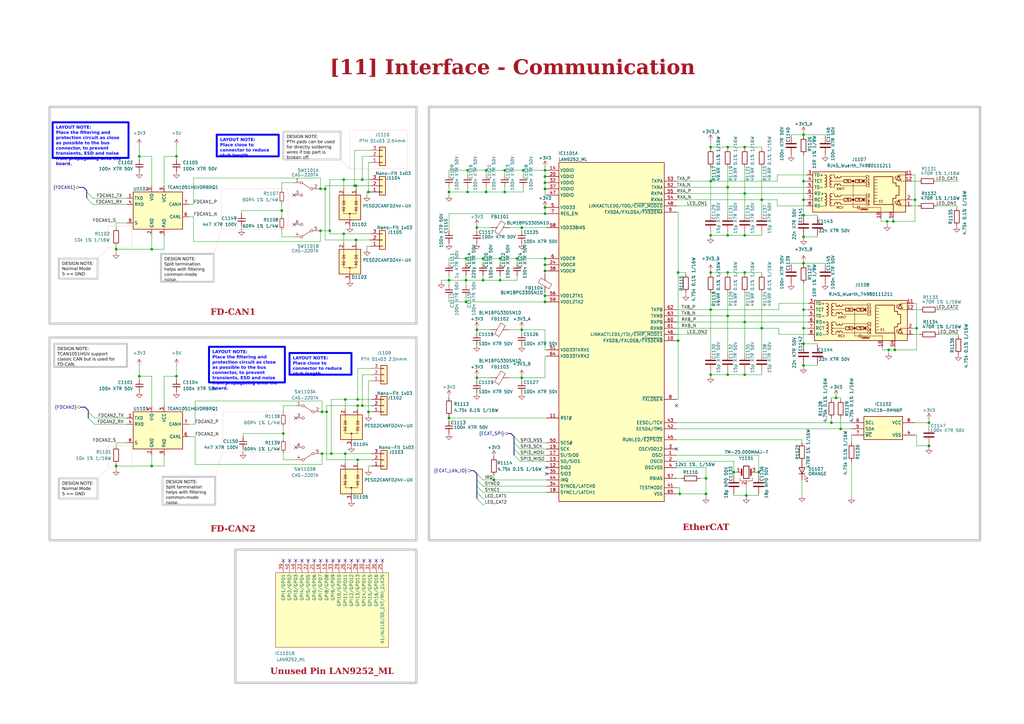
<source format=kicad_sch>
(kicad_sch (version 20231120) (generator "eeschema") (generator_version "8.0")
  (paper "A3")
  (junction (at 151.13 168.91))
  (junction (at 381 173.355))
  (junction (at 223.52 108.585))
  (junction (at 145.415 76.2))
  (junction (at 223.52 123.825))
  (junction (at 375.92 134.62))
  (junction (at 306.07 203.2))
  (junction (at 212.09 106.045))
  (junction (at 278.765 202.565))
  (junction (at 363.855 90.805))
  (junction (at 205.105 114.935))
  (junction (at 146.05 98.425))
  (junction (at 381 182.88))
  (junction (at 366.395 90.805))
  (junction (at 223.52 77.47))
  (junction (at 291.465 111.76))
  (junction (at 72.39 64.135))
  (junction (at 329.565 127))
  (junction (at 298.45 76.835))
  (junction (at 191.135 114.935))
  (junction (at 291.465 96.52))
  (junction (at 184.15 78.74))
  (junction (at 311.15 193.675))
  (junction (at 47.625 102.235))
  (junction (at 146.05 76.2))
  (junction (at 223.52 72.39))
  (junction (at 223.52 69.85))
  (junction (at 198.12 106.045))
  (junction (at 141.605 163.83))
  (junction (at 62.23 191.135))
  (junction (at 132.08 168.91))
  (junction (at 135.89 186.055))
  (junction (at 298.45 60.325))
  (junction (at 223.52 121.285))
  (junction (at 214.63 69.85))
  (junction (at 298.45 153.67))
  (junction (at 133.35 77.47))
  (junction (at 205.105 106.045))
  (junction (at 291.465 74.295))
  (junction (at 116.205 177.8))
  (junction (at 312.42 81.915))
  (junction (at 305.435 111.76))
  (junction (at 329.565 107.95))
  (junction (at 213.995 154.94))
  (junction (at 207.01 69.85))
  (junction (at 191.77 78.74))
  (junction (at 375.285 81.915))
  (junction (at 298.45 129.54))
  (junction (at 213.995 135.255))
  (junction (at 213.995 93.345))
  (junction (at 305.435 79.375))
  (junction (at 223.52 74.93))
  (junction (at 47.625 191.135))
  (junction (at 184.15 171.45))
  (junction (at 329.565 81.915))
  (junction (at 340.995 173.355))
  (junction (at 191.135 123.825))
  (junction (at 329.565 97.155))
  (junction (at 291.465 60.325))
  (junction (at 300.99 193.675))
  (junction (at 278.13 111.76))
  (junction (at 72.39 154.305))
  (junction (at 131.445 77.47))
  (junction (at 191.77 69.85))
  (junction (at 305.435 132.08))
  (junction (at 305.435 60.325))
  (junction (at 367.03 143.51))
  (junction (at 298.45 96.52))
  (junction (at 148.59 73.66))
  (junction (at 329.565 55.245))
  (junction (at 57.15 64.135))
  (junction (at 223.52 85.09))
  (junction (at 57.15 154.305))
  (junction (at 329.565 134.62))
  (junction (at 223.52 111.125))
  (junction (at 133.985 168.91))
  (junction (at 146.685 166.37))
  (junction (at 184.15 114.935))
  (junction (at 329.565 88.265))
  (junction (at 131.445 94.615))
  (junction (at 198.12 114.935))
  (junction (at 141.605 186.055))
  (junction (at 146.685 163.83))
  (junction (at 202.565 196.85))
  (junction (at 305.435 153.67))
  (junction (at 148.59 166.37))
  (junction (at 223.52 106.045))
  (junction (at 329.565 74.295))
  (junction (at 195.58 154.94))
  (junction (at 364.49 143.51))
  (junction (at 312.42 134.62))
  (junction (at 342.9 163.195))
  (junction (at 195.58 135.255))
  (junction (at 195.58 93.345))
  (junction (at 289.56 196.215))
  (junction (at 140.97 95.885))
  (junction (at 146.685 188.595))
  (junction (at 223.52 87.63))
  (junction (at 329.565 140.97))
  (junction (at 199.39 78.74))
  (junction (at 344.805 175.895))
  (junction (at 140.97 73.66))
  (junction (at 115.57 86.36))
  (junction (at 191.135 106.045))
  (junction (at 291.465 153.67))
  (junction (at 62.23 102.235))
  (junction (at 199.39 69.85))
  (junction (at 278.13 139.7))
  (junction (at 151.13 78.74))
  (junction (at 329.565 149.86))
  (junction (at 207.01 78.74))
  (junction (at 289.56 202.565))
  (junction (at 132.08 186.055))
  (junction (at 135.255 94.615))
  (junction (at 291.465 127))
  (junction (at 298.45 111.76))
  (junction (at 305.435 96.52))
  (no_connect (at 120.65 92.075))
  (no_connect (at 277.495 166.37))
  (no_connect (at 121.285 183.515))
  (no_connect (at 118.745 229.87))
  (no_connect (at 120.65 80.01))
  (no_connect (at 121.285 171.45))
  (no_connect (at 131.445 229.87))
  (no_connect (at 128.905 229.87))
  (no_connect (at 126.365 229.87))
  (no_connect (at 144.145 229.87))
  (no_connect (at 277.495 184.15))
  (no_connect (at 154.305 229.87))
  (no_connect (at 151.765 229.87))
  (no_connect (at 121.285 229.87))
  (no_connect (at 224.155 191.77))
  (no_connect (at 139.065 229.87))
  (no_connect (at 141.605 229.87))
  (no_connect (at 149.225 229.87))
  (no_connect (at 136.525 229.87))
  (no_connect (at 146.685 229.87))
  (no_connect (at 116.205 229.87))
  (no_connect (at 156.845 229.87))
  (no_connect (at 224.155 194.31))
  (no_connect (at 123.825 229.87))
  (no_connect (at 133.985 229.87))
  (bus_entry (at 195.58 204.47) (size 2.54 2.54))
  (bus_entry (at 38.735 173.99) (size -2.54 -2.54))
  (bus_entry (at 38.1 83.82) (size -2.54 -2.54))
  (bus_entry (at 210.82 186.69) (size 2.54 2.54))
  (bus_entry (at 210.82 184.15) (size 2.54 2.54))
  (bus_entry (at 195.58 199.39) (size 2.54 2.54))
  (bus_entry (at 195.58 194.31) (size 2.54 2.54))
  (bus_entry (at 195.58 196.85) (size 2.54 2.54))
  (bus_entry (at 210.82 181.61) (size 2.54 2.54))
  (bus_entry (at 195.58 201.93) (size 2.54 2.54))
  (bus_entry (at 210.82 179.07) (size 2.54 2.54))
  (bus_entry (at 38.1 81.28) (size -2.54 -2.54))
  (bus_entry (at 38.735 171.45) (size -2.54 -2.54))
  (wire (pts (xy 195.58 154.94) (xy 195.58 156.21)))
  (wire (pts (xy 195.58 134.62) (xy 195.58 135.255)))
  (wire (pts (xy 291.465 95.25) (xy 291.465 96.52)))
  (wire (pts (xy 287.02 196.215) (xy 289.56 196.215)))
  (wire (pts (xy 312.42 134.62) (xy 319.405 134.62)))
  (wire (pts (xy 195.58 136.525) (xy 195.58 135.255)))
  (wire (pts (xy 184.15 114.935) (xy 184.15 116.84)))
  (wire (pts (xy 212.09 106.045) (xy 205.105 106.045)))
  (wire (pts (xy 329.565 97.155) (xy 335.28 97.155)))
  (wire (pts (xy 191.135 106.045) (xy 184.15 106.045)))
  (wire (pts (xy 312.42 134.62) (xy 312.42 144.78)))
  (wire (pts (xy 184.15 171.45) (xy 184.15 172.72)))
  (wire (pts (xy 184.15 69.85) (xy 191.77 69.85)))
  (wire (pts (xy 375.92 178.435) (xy 375.92 182.88)))
  (wire (pts (xy 62.23 96.52) (xy 62.23 102.235)))
  (wire (pts (xy 381 182.88) (xy 381 182.245)))
  (wire (pts (xy 393.065 137.16) (xy 384.81 137.16)))
  (wire (pts (xy 205.105 114.935) (xy 212.09 114.935)))
  (wire (pts (xy 115.57 86.36) (xy 115.57 88.9)))
  (wire (pts (xy 329.565 149.86) (xy 335.28 149.86)))
  (bus (pts (xy 36.195 168.275) (xy 34.925 167.005)))
  (wire (pts (xy 198.12 106.045) (xy 198.12 107.95)))
  (wire (pts (xy 335.28 96.52) (xy 335.28 97.155)))
  (wire (pts (xy 342.9 163.195) (xy 344.805 163.195)))
  (wire (pts (xy 375.92 182.88) (xy 381 182.88)))
  (wire (pts (xy 291.465 57.785) (xy 291.465 60.325)))
  (wire (pts (xy 312.42 68.58) (xy 312.42 81.915)))
  (wire (pts (xy 298.45 152.4) (xy 298.45 153.67)))
  (wire (pts (xy 289.56 202.565) (xy 289.56 203.835)))
  (wire (pts (xy 312.42 81.915) (xy 312.42 87.63)))
  (wire (pts (xy 291.465 60.96) (xy 291.465 60.325)))
  (wire (pts (xy 57.15 64.135) (xy 62.23 64.135)))
  (wire (pts (xy 148.59 64.135) (xy 151.765 64.135)))
  (wire (pts (xy 191.135 114.935) (xy 198.12 114.935)))
  (wire (pts (xy 47.625 102.235) (xy 62.23 102.235)))
  (wire (pts (xy 148.59 153.67) (xy 148.59 166.37)))
  (wire (pts (xy 47.625 91.44) (xy 47.625 93.345)))
  (wire (pts (xy 208.915 135.255) (xy 213.995 135.255)))
  (wire (pts (xy 363.855 90.805) (xy 366.395 90.805)))
  (wire (pts (xy 72.39 64.135) (xy 67.31 64.135)))
  (wire (pts (xy 198.12 114.935) (xy 205.105 114.935)))
  (wire (pts (xy 116.205 177.8) (xy 116.205 180.34)))
  (wire (pts (xy 133.35 77.47) (xy 133.35 98.425)))
  (bus (pts (xy 195.58 194.31) (xy 194.31 193.04)))
  (wire (pts (xy 223.52 135.255) (xy 223.52 143.51)))
  (wire (pts (xy 298.45 95.25) (xy 298.45 96.52)))
  (wire (pts (xy 300.99 193.675) (xy 302.26 193.675)))
  (wire (pts (xy 213.995 134.62) (xy 213.995 135.255)))
  (wire (pts (xy 202.565 194.945) (xy 202.565 196.85)))
  (wire (pts (xy 329.565 74.295) (xy 330.835 74.295)))
  (bus (pts (xy 34.925 167.005) (xy 33.02 167.005)))
  (wire (pts (xy 62.23 102.235) (xy 67.31 102.235)))
  (wire (pts (xy 67.31 102.235) (xy 67.31 96.52)))
  (wire (pts (xy 224.155 111.125) (xy 223.52 111.125)))
  (wire (pts (xy 340.995 173.355) (xy 349.25 173.355)))
  (wire (pts (xy 278.13 139.7) (xy 278.13 163.83)))
  (wire (pts (xy 133.985 166.37) (xy 146.685 166.37)))
  (wire (pts (xy 195.58 154.305) (xy 195.58 154.94)))
  (wire (pts (xy 329.565 81.915) (xy 330.835 81.915)))
  (wire (pts (xy 361.315 90.805) (xy 363.855 90.805)))
  (wire (pts (xy 366.395 90.805) (xy 375.285 90.805)))
  (wire (pts (xy 191.135 121.92) (xy 191.135 123.825)))
  (wire (pts (xy 148.59 73.66) (xy 151.765 73.66)))
  (wire (pts (xy 277.495 202.565) (xy 278.765 202.565)))
  (wire (pts (xy 291.465 112.395) (xy 291.465 111.76)))
  (wire (pts (xy 289.56 196.215) (xy 289.56 202.565)))
  (wire (pts (xy 202.565 196.85) (xy 224.155 196.85)))
  (wire (pts (xy 131.445 94.615) (xy 131.445 99.06)))
  (wire (pts (xy 277.495 196.215) (xy 279.4 196.215)))
  (wire (pts (xy 319.405 124.46) (xy 319.405 127)))
  (wire (pts (xy 311.15 193.675) (xy 309.88 193.675)))
  (wire (pts (xy 191.135 123.825) (xy 223.52 123.825)))
  (wire (pts (xy 195.58 93.345) (xy 201.295 93.345)))
  (wire (pts (xy 140.97 95.885) (xy 151.765 95.885)))
  (wire (pts (xy 131.445 77.47) (xy 131.445 73.025)))
  (wire (pts (xy 213.995 135.255) (xy 213.995 136.525)))
  (wire (pts (xy 361.95 142.24) (xy 361.95 143.51)))
  (wire (pts (xy 191.77 78.74) (xy 199.39 78.74)))
  (wire (pts (xy 131.445 77.47) (xy 133.35 77.47)))
  (wire (pts (xy 184.15 113.03) (xy 184.15 114.935)))
  (wire (pts (xy 374.65 137.16) (xy 377.19 137.16)))
  (wire (pts (xy 148.59 166.37) (xy 152.4 166.37)))
  (wire (pts (xy 298.45 120.015) (xy 298.45 129.54)))
  (wire (pts (xy 328.93 196.85) (xy 328.93 203.2)))
  (wire (pts (xy 374.65 134.62) (xy 375.92 134.62)))
  (wire (pts (xy 150.495 78.74) (xy 150.495 80.01)))
  (wire (pts (xy 366.395 90.805) (xy 366.395 89.535)))
  (wire (pts (xy 145.415 61.595) (xy 151.765 61.595)))
  (wire (pts (xy 116.205 188.595) (xy 121.285 188.595)))
  (wire (pts (xy 278.13 86.995) (xy 278.13 111.76)))
  (wire (pts (xy 198.12 199.39) (xy 224.155 199.39)))
  (wire (pts (xy 116.205 185.42) (xy 116.205 188.595)))
  (wire (pts (xy 151.13 168.91) (xy 152.4 168.91)))
  (wire (pts (xy 305.435 68.58) (xy 305.435 79.375)))
  (wire (pts (xy 349.25 203.835) (xy 349.25 189.23)))
  (wire (pts (xy 79.375 88.9) (xy 79.375 99.06)))
  (wire (pts (xy 375.285 173.355) (xy 381 173.355)))
  (wire (pts (xy 305.435 111.76) (xy 312.42 111.76)))
  (wire (pts (xy 305.435 132.08) (xy 331.47 132.08)))
  (wire (pts (xy 224.155 80.01) (xy 223.52 80.01)))
  (wire (pts (xy 67.31 76.2) (xy 67.31 64.135)))
  (wire (pts (xy 392.43 85.09) (xy 392.43 84.455)))
  (wire (pts (xy 140.97 95.885) (xy 140.97 99.695)))
  (wire (pts (xy 223.52 108.585) (xy 223.52 106.045)))
  (wire (pts (xy 133.35 98.425) (xy 146.05 98.425)))
  (polyline (pts (xy 40.005 106.045) (xy 44.45 101.6)) (stroke (width 0) (type dot) (color 255 0 0 1)))
  (wire (pts (xy 375.285 90.805) (xy 375.285 81.915)))
  (bus (pts (xy 195.58 201.93) (xy 195.58 204.47)))
  (wire (pts (xy 329.565 127) (xy 331.47 127)))
  (wire (pts (xy 331.47 137.16) (xy 319.405 137.16)))
  (wire (pts (xy 146.685 166.37) (xy 146.685 167.64)))
  (wire (pts (xy 298.45 129.54) (xy 331.47 129.54)))
  (wire (pts (xy 133.985 166.37) (xy 133.985 168.91)))
  (wire (pts (xy 80.01 190.5) (xy 132.08 190.5)))
  (wire (pts (xy 146.05 98.425) (xy 146.05 99.695)))
  (wire (pts (xy 223.52 135.255) (xy 213.995 135.255)))
  (wire (pts (xy 329.565 116.205) (xy 329.565 127)))
  (wire (pts (xy 151.13 168.91) (xy 151.13 170.18)))
  (wire (pts (xy 141.605 186.055) (xy 152.4 186.055)))
  (wire (pts (xy 344.805 163.83) (xy 344.805 163.195)))
  (wire (pts (xy 208.915 154.94) (xy 213.995 154.94)))
  (wire (pts (xy 300.99 193.675) (xy 300.99 189.23)))
  (wire (pts (xy 198.755 204.47) (xy 198.12 204.47)))
  (wire (pts (xy 208.915 93.345) (xy 213.995 93.345)))
  (wire (pts (xy 329.565 140.97) (xy 335.28 140.97)))
  (wire (pts (xy 384.175 74.295) (xy 393.065 74.295)))
  (wire (pts (xy 363.855 90.805) (xy 363.855 92.075)))
  (wire (pts (xy 57.15 155.575) (xy 57.15 154.305)))
  (wire (pts (xy 184.15 162.56) (xy 184.15 163.195)))
  (wire (pts (xy 130.81 94.615) (xy 131.445 94.615)))
  (wire (pts (xy 277.495 137.16) (xy 290.195 137.16)))
  (wire (pts (xy 291.465 127) (xy 291.465 144.78)))
  (wire (pts (xy 312.42 96.52) (xy 312.42 95.25)))
  (wire (pts (xy 184.15 114.935) (xy 191.135 114.935)))
  (wire (pts (xy 47.625 100.965) (xy 47.625 102.235)))
  (wire (pts (xy 367.03 143.51) (xy 375.92 143.51)))
  (wire (pts (xy 62.23 166.37) (xy 62.23 154.305)))
  (wire (pts (xy 57.15 59.69) (xy 57.15 64.135)))
  (wire (pts (xy 72.39 154.305) (xy 67.31 154.305)))
  (wire (pts (xy 115.57 83.185) (xy 115.57 86.36)))
  (wire (pts (xy 291.465 111.125) (xy 291.465 111.76)))
  (wire (pts (xy 291.465 153.67) (xy 298.45 153.67)))
  (wire (pts (xy 278.13 163.83) (xy 277.495 163.83)))
  (wire (pts (xy 214.63 76.835) (xy 214.63 78.74)))
  (wire (pts (xy 300.99 189.23) (xy 277.495 189.23)))
  (wire (pts (xy 305.435 95.25) (xy 305.435 96.52)))
  (wire (pts (xy 213.995 93.345) (xy 213.995 94.615)))
  (wire (pts (xy 224.155 85.09) (xy 223.52 85.09)))
  (wire (pts (xy 132.08 186.055) (xy 135.89 186.055)))
  (wire (pts (xy 361.95 143.51) (xy 364.49 143.51)))
  (wire (pts (xy 146.05 76.2) (xy 146.05 77.47)))
  (wire (pts (xy 198.12 196.85) (xy 202.565 196.85)))
  (wire (pts (xy 306.07 203.2) (xy 311.15 203.2)))
  (wire (pts (xy 79.375 99.06) (xy 131.445 99.06)))
  (wire (pts (xy 151.765 78.74) (xy 151.13 78.74)))
  (wire (pts (xy 305.435 60.325) (xy 312.42 60.325)))
  (polyline (pts (xy 87.63 104.14) (xy 90.805 93.98)) (stroke (width 0) (type dot) (color 255 0 0 1)))
  (wire (pts (xy 306.07 198.755) (xy 306.07 203.2)))
  (wire (pts (xy 224.155 123.825) (xy 223.52 123.825)))
  (wire (pts (xy 52.07 91.44) (xy 47.625 91.44)))
  (wire (pts (xy 300.99 203.2) (xy 306.07 203.2)))
  (wire (pts (xy 277.495 175.895) (xy 344.805 175.895)))
  (wire (pts (xy 47.625 102.235) (xy 47.625 103.505)))
  (wire (pts (xy 212.09 113.03) (xy 212.09 114.935)))
  (wire (pts (xy 329.565 107.95) (xy 338.455 107.95)))
  (wire (pts (xy 340.995 163.195) (xy 342.9 163.195)))
  (wire (pts (xy 223.52 74.93) (xy 224.155 74.93)))
  (wire (pts (xy 151.13 191.135) (xy 151.13 192.405)))
  (wire (pts (xy 47.625 190.5) (xy 47.625 191.135)))
  (wire (pts (xy 224.155 87.63) (xy 223.52 87.63)))
  (wire (pts (xy 329.565 88.265) (xy 329.565 88.9)))
  (wire (pts (xy 277.495 173.355) (xy 340.995 173.355)))
  (wire (pts (xy 146.685 163.83) (xy 152.4 163.83)))
  (wire (pts (xy 38.1 81.28) (xy 52.07 81.28)))
  (wire (pts (xy 381 183.515) (xy 381 182.88)))
  (wire (pts (xy 277.495 86.995) (xy 278.13 86.995)))
  (wire (pts (xy 312.42 111.76) (xy 312.42 112.395)))
  (wire (pts (xy 212.09 106.045) (xy 212.09 107.95)))
  (wire (pts (xy 344.805 171.45) (xy 344.805 175.895)))
  (wire (pts (xy 135.255 73.66) (xy 140.97 73.66)))
  (wire (pts (xy 116.205 169.545) (xy 116.205 166.37)))
  (wire (pts (xy 291.465 60.325) (xy 298.45 60.325)))
  (wire (pts (xy 198.12 201.93) (xy 224.155 201.93)))
  (wire (pts (xy 184.15 87.63) (xy 223.52 87.63)))
  (wire (pts (xy 38.1 83.82) (xy 52.07 83.82)))
  (wire (pts (xy 329.565 149.225) (xy 329.565 149.86)))
  (bus (pts (xy 36.195 168.91) (xy 36.195 171.45)))
  (wire (pts (xy 312.42 60.325) (xy 312.42 60.96)))
  (wire (pts (xy 223.52 154.94) (xy 213.995 154.94)))
  (wire (pts (xy 184.15 123.825) (xy 191.135 123.825)))
  (wire (pts (xy 99.06 87.63) (xy 99.06 86.36)))
  (wire (pts (xy 213.36 186.69) (xy 224.155 186.69)))
  (wire (pts (xy 278.13 111.76) (xy 278.13 139.7)))
  (wire (pts (xy 223.52 77.47) (xy 223.52 74.93)))
  (wire (pts (xy 223.52 111.125) (xy 223.52 112.395)))
  (wire (pts (xy 311.15 193.675) (xy 311.15 194.945)))
  (wire (pts (xy 312.42 81.915) (xy 318.77 81.915)))
  (wire (pts (xy 329.565 107.95) (xy 324.485 107.95)))
  (wire (pts (xy 392.43 84.455) (xy 384.175 84.455)))
  (wire (pts (xy 191.77 69.85) (xy 191.77 71.755)))
  (wire (pts (xy 329.565 107.95) (xy 329.565 108.585)))
  (wire (pts (xy 148.59 64.135) (xy 148.59 73.66)))
  (wire (pts (xy 67.31 191.135) (xy 67.31 186.69)))
  (wire (pts (xy 184.15 78.74) (xy 184.15 80.01)))
  (wire (pts (xy 47.625 181.61) (xy 47.625 182.88)))
  (bus (pts (xy 209.55 177.8) (xy 210.82 179.07)))
  (wire (pts (xy 223.52 111.125) (xy 223.52 108.585)))
  (bus (pts (xy 210.82 179.07) (xy 210.82 181.61)))
  (wire (pts (xy 305.435 111.76) (xy 305.435 112.395)))
  (wire (pts (xy 62.23 76.2) (xy 62.23 64.135)))
  (wire (pts (xy 99.695 179.07) (xy 99.695 177.8)))
  (wire (pts (xy 298.45 76.835) (xy 330.835 76.835)))
  (wire (pts (xy 184.15 171.45) (xy 224.155 171.45)))
  (wire (pts (xy 199.39 78.74) (xy 207.01 78.74)))
  (wire (pts (xy 131.445 186.055) (xy 132.08 186.055)))
  (wire (pts (xy 329.565 54.61) (xy 329.565 55.245)))
  (bus (pts (xy 208.28 177.8) (xy 209.55 177.8)))
  (wire (pts (xy 381 173.355) (xy 381 174.625)))
  (wire (pts (xy 375.92 124.46) (xy 374.65 124.46)))
  (wire (pts (xy 184.15 106.045) (xy 184.15 107.95)))
  (wire (pts (xy 329.565 88.265) (xy 335.28 88.265)))
  (wire (pts (xy 72.39 155.575) (xy 72.39 154.305)))
  (wire (pts (xy 329.565 74.295) (xy 329.565 81.915)))
  (wire (pts (xy 115.57 78.105) (xy 115.57 74.93)))
  (wire (pts (xy 291.465 153.67) (xy 291.465 154.305)))
  (wire (pts (xy 145.415 76.2) (xy 146.05 76.2)))
  (wire (pts (xy 329.565 55.245) (xy 329.565 55.88)))
  (wire (pts (xy 195.58 92.71) (xy 195.58 93.345)))
  (wire (pts (xy 277.495 129.54) (xy 298.45 129.54)))
  (wire (pts (xy 223.52 121.285) (xy 224.155 121.285)))
  (wire (pts (xy 146.05 76.2) (xy 151.765 76.2)))
  (polyline (pts (xy 88.265 195.58) (xy 91.44 185.42)) (stroke (width 0) (type dot) (color 255 0 0 1)))
  (wire (pts (xy 277.495 134.62) (xy 312.42 134.62)))
  (wire (pts (xy 329.565 55.245) (xy 324.485 55.245)))
  (wire (pts (xy 132.08 168.91) (xy 133.985 168.91)))
  (wire (pts (xy 298.45 153.67) (xy 305.435 153.67)))
  (wire (pts (xy 191.135 114.935) (xy 191.135 116.84)))
  (wire (pts (xy 278.765 202.565) (xy 289.56 202.565)))
  (wire (pts (xy 291.465 96.52) (xy 298.45 96.52)))
  (wire (pts (xy 223.52 74.93) (xy 223.52 72.39)))
  (wire (pts (xy 207.01 69.85) (xy 214.63 69.85)))
  (wire (pts (xy 278.765 200.025) (xy 278.765 202.565)))
  (bus (pts (xy 210.82 181.61) (xy 210.82 184.15)))
  (wire (pts (xy 62.23 191.135) (xy 67.31 191.135)))
  (wire (pts (xy 135.255 73.66) (xy 135.255 94.615)))
  (wire (pts (xy 195.58 154.94) (xy 201.295 154.94)))
  (wire (pts (xy 329.565 97.155) (xy 329.565 97.79)))
  (wire (pts (xy 47.625 191.135) (xy 47.625 192.405)))
  (wire (pts (xy 140.97 73.66) (xy 140.97 77.47)))
  (wire (pts (xy 318.77 71.755) (xy 318.77 74.295)))
  (wire (pts (xy 223.52 72.39) (xy 224.155 72.39)))
  (wire (pts (xy 298.45 96.52) (xy 305.435 96.52)))
  (wire (pts (xy 213.995 93.345) (xy 224.155 93.345)))
  (wire (pts (xy 116.205 174.625) (xy 116.205 177.8)))
  (wire (pts (xy 146.685 166.37) (xy 148.59 166.37)))
  (wire (pts (xy 145.415 61.595) (xy 145.415 76.2)))
  (wire (pts (xy 324.485 55.245) (xy 324.485 55.88)))
  (wire (pts (xy 375.92 134.62) (xy 375.92 124.46)))
  (wire (pts (xy 364.49 143.51) (xy 364.49 144.78)))
  (wire (pts (xy 298.45 76.835) (xy 298.45 87.63)))
  (wire (pts (xy 72.39 65.405) (xy 72.39 64.135)))
  (wire (pts (xy 277.495 76.835) (xy 298.45 76.835)))
  (wire (pts (xy 291.465 152.4) (xy 291.465 153.67)))
  (bus (pts (xy 195.58 199.39) (xy 195.58 201.93)))
  (wire (pts (xy 305.435 152.4) (xy 305.435 153.67)))
  (wire (pts (xy 184.15 76.835) (xy 184.15 78.74)))
  (wire (pts (xy 277.495 74.295) (xy 291.465 74.295)))
  (wire (pts (xy 52.07 181.61) (xy 47.625 181.61)))
  (wire (pts (xy 223.52 80.01) (xy 223.52 77.47)))
  (wire (pts (xy 305.435 79.375) (xy 305.435 87.63)))
  (wire (pts (xy 38.735 171.45) (xy 52.07 171.45)))
  (wire (pts (xy 191.77 76.835) (xy 191.77 78.74)))
  (wire (pts (xy 393.065 137.795) (xy 393.065 137.16)))
  (wire (pts (xy 300.99 203.2) (xy 300.99 202.565)))
  (wire (pts (xy 375.285 71.755) (xy 374.015 71.755)))
  (wire (pts (xy 342.9 162.56) (xy 342.9 163.195)))
  (wire (pts (xy 335.28 141.605) (xy 335.28 140.97)))
  (wire (pts (xy 199.39 76.835) (xy 199.39 78.74)))
  (wire (pts (xy 135.255 95.885) (xy 140.97 95.885)))
  (wire (pts (xy 367.03 142.24) (xy 367.03 143.51)))
  (wire (pts (xy 79.375 83.82) (xy 79.375 73.025)))
  (wire (pts (xy 300.99 193.675) (xy 300.99 194.945)))
  (wire (pts (xy 146.05 98.425) (xy 151.765 98.425)))
  (wire (pts (xy 277.495 127) (xy 291.465 127)))
  (wire (pts (xy 152.4 191.135) (xy 151.13 191.135)))
  (wire (pts (xy 213.36 184.15) (xy 224.155 184.15)))
  (wire (pts (xy 205.105 106.045) (xy 205.105 107.95)))
  (wire (pts (xy 195.58 93.345) (xy 195.58 94.615)))
  (wire (pts (xy 375.92 178.435) (xy 375.285 178.435)))
  (wire (pts (xy 151.765 100.965) (xy 150.495 100.965)))
  (wire (pts (xy 319.405 137.16) (xy 319.405 134.62)))
  (wire (pts (xy 374.015 74.295) (xy 376.555 74.295)))
  (wire (pts (xy 214.63 69.85) (xy 214.63 71.755)))
  (wire (pts (xy 205.105 113.03) (xy 205.105 114.935)))
  (wire (pts (xy 80.01 179.07) (xy 80.01 190.5)))
  (wire (pts (xy 298.45 111.76) (xy 298.45 112.395)))
  (wire (pts (xy 340.995 171.45) (xy 340.995 173.355)))
  (wire (pts (xy 375.92 143.51) (xy 375.92 134.62)))
  (wire (pts (xy 223.52 146.05) (xy 223.52 154.94)))
  (wire (pts (xy 180.975 114.935) (xy 184.15 114.935)))
  (wire (pts (xy 133.35 76.2) (xy 145.415 76.2)))
  (wire (pts (xy 364.49 143.51) (xy 367.03 143.51)))
  (wire (pts (xy 277.495 180.34) (xy 328.93 180.34)))
  (wire (pts (xy 198.755 207.01) (xy 198.12 207.01)))
  (wire (pts (xy 318.77 71.755) (xy 330.835 71.755)))
  (wire (pts (xy 329.565 55.245) (xy 338.455 55.245)))
  (wire (pts (xy 223.52 77.47) (xy 224.155 77.47)))
  (wire (pts (xy 146.685 188.595) (xy 152.4 188.595)))
  (wire (pts (xy 291.465 74.295) (xy 291.465 87.63)))
  (wire (pts (xy 277.495 81.915) (xy 312.42 81.915)))
  (wire (pts (xy 116.205 177.8) (xy 99.695 177.8)))
  (wire (pts (xy 305.435 120.015) (xy 305.435 132.08)))
  (bus (pts (xy 35.56 78.105) (xy 35.56 78.74)))
  (wire (pts (xy 207.01 76.835) (xy 207.01 78.74)))
  (wire (pts (xy 298.45 68.58) (xy 298.45 76.835)))
  (wire (pts (xy 329.565 140.97) (xy 329.565 141.605)))
  (wire (pts (xy 184.15 87.63) (xy 184.15 94.615)))
  (wire (pts (xy 135.89 163.83) (xy 141.605 163.83)))
  (wire (pts (xy 223.52 72.39) (xy 223.52 69.85)))
  (wire (pts (xy 361.315 89.535) (xy 361.315 90.805)))
  (wire (pts (xy 291.465 111.76) (xy 298.45 111.76)))
  (wire (pts (xy 277.495 84.455) (xy 290.195 84.455)))
  (wire (pts (xy 141.605 163.83) (xy 141.605 167.64)))
  (wire (pts (xy 191.135 113.03) (xy 191.135 114.935)))
  (wire (pts (xy 141.605 186.055) (xy 141.605 189.865)))
  (wire (pts (xy 207.01 78.74) (xy 214.63 78.74)))
  (wire (pts (xy 289.56 191.77) (xy 277.495 191.77)))
  (wire (pts (xy 328.93 180.34) (xy 328.93 181.61)))
  (wire (pts (xy 335.28 149.225) (xy 335.28 149.86)))
  (wire (pts (xy 133.985 168.91) (xy 133.985 188.595)))
  (bus (pts (xy 36.195 168.275) (xy 36.195 168.91)))
  (wire (pts (xy 278.13 111.76) (xy 281.305 111.76)))
  (wire (pts (xy 213.36 181.61) (xy 224.155 181.61)))
  (wire (pts (xy 223.52 106.045) (xy 224.155 106.045)))
  (wire (pts (xy 281.305 111.76) (xy 281.305 112.395)))
  (wire (pts (xy 146.685 151.13) (xy 152.4 151.13)))
  (wire (pts (xy 199.39 69.85) (xy 199.39 71.755)))
  (bus (pts (xy 195.58 194.31) (xy 195.58 196.85)))
  (wire (pts (xy 335.28 88.9) (xy 335.28 88.265)))
  (wire (pts (xy 131.445 94.615) (xy 135.255 94.615)))
  (wire (pts (xy 135.89 186.055) (xy 141.605 186.055)))
  (wire (pts (xy 298.45 60.325) (xy 298.45 60.96)))
  (wire (pts (xy 67.31 166.37) (xy 67.31 154.305)))
  (wire (pts (xy 207.01 69.85) (xy 207.01 71.755)))
  (wire (pts (xy 38.735 173.99) (xy 52.07 173.99)))
  (wire (pts (xy 223.52 87.63) (xy 223.52 85.09)))
  (wire (pts (xy 72.39 149.86) (xy 72.39 154.305)))
  (wire (pts (xy 184.15 170.815) (xy 184.15 171.45)))
  (wire (pts (xy 131.445 73.025) (xy 79.375 73.025)))
  (wire (pts (xy 80.01 173.99) (xy 80.01 164.465)))
  (wire (pts (xy 338.455 107.95) (xy 338.455 108.585)))
  (wire (pts (xy 311.15 202.565) (xy 311.15 203.2)))
  (wire (pts (xy 213.36 189.23) (xy 224.155 189.23)))
  (wire (pts (xy 223.52 68.58) (xy 223.52 69.85)))
  (bus (pts (xy 194.31 193.04) (xy 193.04 193.04)))
  (wire (pts (xy 344.805 175.895) (xy 349.25 175.895)))
  (wire (pts (xy 289.56 191.77) (xy 289.56 196.215)))
  (wire (pts (xy 151.765 66.675) (xy 151.13 66.675)))
  (wire (pts (xy 132.08 168.91) (xy 132.08 164.465)))
  (wire (pts (xy 349.25 181.61) (xy 349.25 178.435)))
  (wire (pts (xy 199.39 69.85) (xy 207.01 69.85)))
  (wire (pts (xy 374.015 84.455) (xy 376.555 84.455)))
  (wire (pts (xy 312.42 153.67) (xy 312.42 152.4)))
  (wire (pts (xy 291.465 74.295) (xy 318.77 74.295)))
  (wire (pts (xy 329.565 134.62) (xy 329.565 140.97)))
  (polyline (pts (xy 139.7 65.405) (xy 143.51 69.215)) (stroke (width 0) (type dot) (color 255 0 0 1)))
  (wire (pts (xy 132.08 190.5) (xy 132.08 186.055)))
  (wire (pts (xy 115.57 97.155) (xy 120.65 97.155)))
  (wire (pts (xy 146.685 151.13) (xy 146.685 163.83)))
  (wire (pts (xy 329.565 149.86) (xy 329.565 150.495)))
  (wire (pts (xy 375.285 81.915) (xy 375.285 71.755)))
  (wire (pts (xy 198.12 113.03) (xy 198.12 114.935)))
  (wire (pts (xy 223.52 143.51) (xy 224.155 143.51)))
  (wire (pts (xy 180.975 114.935) (xy 180.975 115.57)))
  (wire (pts (xy 115.57 93.98) (xy 115.57 97.155)))
  (wire (pts (xy 384.81 127) (xy 393.065 127)))
  (wire (pts (xy 329.565 127) (xy 329.565 134.62)))
  (wire (pts (xy 298.45 111.76) (xy 305.435 111.76)))
  (bus (pts (xy 210.82 184.15) (xy 210.82 186.69)))
  (wire (pts (xy 312.42 120.015) (xy 312.42 134.62)))
  (wire (pts (xy 305.435 153.67) (xy 312.42 153.67)))
  (wire (pts (xy 223.52 123.825) (xy 223.52 121.285)))
  (wire (pts (xy 57.15 154.305) (xy 62.23 154.305)))
  (wire (pts (xy 77.47 88.9) (xy 79.375 88.9)))
  (wire (pts (xy 223.52 120.015) (xy 223.52 121.285)))
  (wire (pts (xy 319.405 127) (xy 291.465 127)))
  (wire (pts (xy 116.205 166.37) (xy 121.285 166.37)))
  (wire (pts (xy 184.15 121.92) (xy 184.15 123.825)))
  (wire (pts (xy 115.57 74.93) (xy 120.65 74.93)))
  (wire (pts (xy 77.47 179.07) (xy 80.01 179.07)))
  (wire (pts (xy 305.435 132.08) (xy 305.435 144.78)))
  (wire (pts (xy 277.495 132.08) (xy 305.435 132.08)))
  (wire (pts (xy 223.52 69.85) (xy 224.155 69.85)))
  (bus (pts (xy 34.29 76.835) (xy 32.385 76.835)))
  (wire (pts (xy 223.52 146.05) (xy 224.155 146.05)))
  (bus (pts (xy 35.56 78.105) (xy 34.29 76.835)))
  (wire (pts (xy 146.685 188.595) (xy 146.685 189.865)))
  (wire (pts (xy 298.45 129.54) (xy 298.45 144.78)))
  (wire (pts (xy 140.97 73.66) (xy 148.59 73.66)))
  (wire (pts (xy 223.52 106.045) (xy 212.09 106.045)))
  (wire (pts (xy 305.435 96.52) (xy 312.42 96.52)))
  (wire (pts (xy 47.625 191.135) (xy 62.23 191.135)))
  (wire (pts (xy 291.465 120.015) (xy 291.465 127)))
  (wire (pts (xy 141.605 163.83) (xy 146.685 163.83)))
  (wire (pts (xy 133.985 188.595) (xy 146.685 188.595)))
  (wire (pts (xy 99.695 184.15) (xy 99.695 185.42)))
  (wire (pts (xy 131.445 168.91) (xy 132.08 168.91)))
  (wire (pts (xy 152.4 153.67) (xy 148.59 153.67)))
  (wire (pts (xy 329.565 107.315) (xy 329.565 107.95)))
  (wire (pts (xy 277.495 139.7) (xy 278.13 139.7)))
  (wire (pts (xy 311.15 186.69) (xy 277.495 186.69)))
  (wire (pts (xy 329.565 63.5) (xy 329.565 74.295)))
  (polyline (pts (xy 40.005 196.215) (xy 44.45 191.77)) (stroke (width 0) (type dot) (color 255 0 0 1)))
  (wire (pts (xy 329.565 96.52) (xy 329.565 97.155)))
  (wire (pts (xy 80.01 164.465) (xy 132.08 164.465)))
  (wire (pts (xy 130.81 77.47) (xy 131.445 77.47)))
  (wire (pts (xy 214.63 69.85) (xy 223.52 69.85)))
  (bus (pts (xy 195.58 196.85) (xy 195.58 199.39)))
  (wire (pts (xy 99.06 92.71) (xy 99.06 93.98)))
  (wire (pts (xy 340.995 163.195) (xy 340.995 163.83)))
  (wire (pts (xy 305.435 79.375) (xy 330.835 79.375)))
  (wire (pts (xy 329.565 81.915) (xy 329.565 88.265)))
  (wire (pts (xy 277.495 79.375) (xy 305.435 79.375)))
  (wire (pts (xy 311.15 193.675) (xy 311.15 186.69)))
  (wire (pts (xy 329.565 134.62) (xy 331.47 134.62)))
  (wire (pts (xy 318.77 84.455) (xy 330.835 84.455)))
  (wire (pts (xy 223.52 108.585) (xy 224.155 108.585)))
  (wire (pts (xy 184.15 78.74) (xy 191.77 78.74)))
  (wire (pts (xy 198.12 106.045) (xy 191.135 106.045)))
  (wire (pts (xy 338.455 55.245) (xy 338.455 55.88)))
  (wire (pts (xy 151.13 66.675) (xy 151.13 78.74)))
  (wire (pts (xy 291.465 68.58) (xy 291.465 74.295)))
  (wire (pts (xy 151.13 156.21) (xy 151.13 168.91)))
  (wire (pts (xy 135.89 163.83) (xy 135.89 186.055)))
  (wire (pts (xy 62.23 186.69) (xy 62.23 191.135)))
  (bus (pts (xy 35.56 78.74) (xy 35.56 81.28)))
  (wire (pts (xy 77.47 173.99) (xy 80.01 173.99)))
  (wire (pts (xy 133.35 76.2) (xy 133.35 77.47)))
  (wire (pts (xy 191.135 106.045) (xy 191.135 107.95)))
  (wire (pts (xy 152.4 156.21) (xy 151.13 156.21)))
  (wire (pts (xy 135.255 94.615) (xy 135.255 95.885)))
  (wire (pts (xy 195.58 135.255) (xy 201.295 135.255)))
  (wire (pts (xy 213.995 154.305) (xy 213.995 154.94)))
  (wire (pts (xy 57.15 149.86) (xy 57.15 154.305)))
  (wire (pts (xy 281.305 120.65) (xy 281.305 120.015)))
  (wire (pts (xy 319.405 124.46) (xy 331.47 124.46)))
  (wire (pts (xy 213.995 154.94) (xy 213.995 156.21)))
  (wire (pts (xy 151.13 78.74) (xy 150.495 78.74)))
  (wire (pts (xy 191.77 69.85) (xy 199.39 69.85)))
  (wire (pts (xy 324.485 107.95) (xy 324.485 108.585)))
  (wire (pts (xy 72.39 59.69) (xy 72.39 64.135)))
  (wire (pts (xy 381 172.085) (xy 381 173.355)))
  (wire (pts (xy 205.105 106.045) (xy 198.12 106.045)))
  (wire (pts (xy 115.57 86.36) (xy 99.06 86.36)))
  (wire (pts (xy 277.495 200.025) (xy 278.765 200.025)))
  (wire (pts (xy 305.435 60.325) (xy 305.435 60.96)))
  (wire (pts (xy 374.65 127) (xy 377.19 127)))
  (wire (pts (xy 298.45 60.325) (xy 305.435 60.325)))
  (wire (pts (xy 374.015 81.915) (xy 375.285 81.915)))
  (wire (pts (xy 150.495 100.965) (xy 150.495 102.235)))
  (wire (pts (xy 306.07 203.2) (xy 306.07 203.835)))
  (wire (pts (xy 77.47 83.82) (xy 79.375 83.82)))
  (wire (pts (xy 291.465 96.52) (xy 291.465 97.155)))
  (wire (pts (xy 318.77 84.455) (xy 318.77 81.915)))
  (wire (pts (xy 57.15 65.405) (xy 57.15 64.135)))
  (wire (pts (xy 184.15 69.85) (xy 184.15 71.755)))
  (rectangle (start 20.32 138.43) (end 170.815 221.615) (stroke (width 1) (color 200 200 200 1)))
  (rectangle (start 91.44 168.91) (end 118.745 185.42) (stroke (width 0) (type dot) (color 255 0 0 1)))
  (rectangle (start 90.805 77.47) (end 118.11 93.98) (stroke (width 0) (type dot) (color 255 0 0 1)))
  (rectangle (start 20.32 43.815) (end 170.815 132.715) (stroke (width 1) (color 200 200 200 1)))
  (rectangle (start 44.45 92.71) (end 53.975 101.6) (stroke (width 0) (type dot) (color 255 0 0 1)))
  (rectangle (start 96.52 225.425) (end 170.815 280.035) (stroke (width 1) (color 200 200 200 1)))
  (rectangle (start 143.51 53.34) (end 167.005 69.215) (stroke (width 0) (type dot) (color 255 0 0 1)))
  (rectangle (start 44.45 182.88) (end 53.975 191.77) (stroke (width 0) (type dot) (color 255 0 0 1)))
  (rectangle (start 175.895 43.815) (end 401.955 221.615) (stroke (width 1) (color 200 200 200 1)))
  (text_box "DESIGN NOTE:\nNormal Mode \nS == GND" (at 24.13 106.045 0) (size 15.875 8.255) (stroke (width 0.8) (color 200 200 200 1)) (effects (font (size 1.27 1.27)) (justify left top)))
  (text_box "EtherCAT" (at 176.53 208.915 0) (size 226.06 10.795) (stroke (width -0.0001)) (effects (font (size 2.54 2.54) (thickness 0.508) (bold yes)) (justify bottom)))
  (text_box "LAYOUT NOTE:\nPlace the filtering and protection circuit as close as possible to the bus connector, to prevent transients, ESD and noise from propagating onto the board." (at 85.725 142.24 0) (size 31.115 14.605) (stroke (width 0.8) (color 0 0 255 1)) (effects (font (size 1.27 1.27) (thickness 0.4) (bold yes)) (justify left top)))
  (text_box "LAYOUT NOTE:\nPlace the filtering and protection circuit as close as possible to the bus connector, to prevent transients, ESD and noise from propagating onto the board." (at 21.59 50.165 0) (size 31.115 14.605) (stroke (width 0.8) (color 0 0 255 1)) (effects (font (size 1.27 1.27) (thickness 0.4) (bold yes)) (justify left top)))
  (text_box "DESIGN NOTE:\nPTH pads can be used for directly soldering wires if top part is broken off." (at 116.205 53.975 0) (size 23.495 11.43) (stroke (width 0.8) (color 200 200 200 1)) (effects (font (size 1.27 1.27)) (justify left top)))
  (text_box "FD-CAN1\n" (at 20.32 120.65 0) (size 150.495 10.795) (stroke (width -0.0001)) (effects (font (size 2.54 2.54) (thickness 0.508) (bold yes)) (justify bottom)))
  (text_box "DESIGN NOTE:\nTCAN1051HGV support classic CAN but is used for FD-CAN. \n" (at 22.225 140.97 0) (size 29.845 9.525) (stroke (width 0.8) (color 200 200 200 1)) (effects (font (size 1.27 1.27)) (justify left top)))
  (text_box "DESIGN NOTE:\nNormal Mode \nS == GND" (at 24.13 196.215 0) (size 15.875 8.255) (stroke (width 0.8) (color 200 200 200 1)) (effects (font (size 1.27 1.27)) (justify left top)))
  (text_box "Unused Pin LAN9252_ML" (at 60.96 260.985 0) (size 150.495 17.78) (stroke (width -0.0001)) (effects (font (size 2.54 2.54) (thickness 0.508) (bold yes)) (justify bottom)))
  (text_box "FD-CAN2\n" (at 20.32 209.55 0) (size 150.495 10.795) (stroke (width -0.0001)) (effects (font (size 2.54 2.54) (thickness 0.508) (bold yes)) (justify bottom)))
  (text_box "LAYOUT NOTE:\nPlace close to connector to reduce stub length." (at 88.9 55.245 0) (size 25.4 8.89) (stroke (width 0.8) (color 0 0 255 1)) (effects (font (size 1.27 1.27) (thickness 0.4) (bold yes)) (justify left top)))
  (text_box "DESIGN NOTE:\nSplit termination helps with filtering common-mode noise." (at 66.04 104.14 0) (size 21.59 11.43) (stroke (width 0.8) (color 200 200 200 1)) (effects (font (size 1.27 1.27)) (justify left top)))
  (text_box "DESIGN NOTE:\nSplit termination helps with filtering common-mode noise." (at 66.675 195.58 0) (size 21.59 11.43) (stroke (width 0.8) (color 200 200 200 1)) (effects (font (size 1.27 1.27)) (justify left top)))
  (text_box "[11] Interface - Communication" (at 12.065 21.59 0) (size 396.24 12.7) (stroke (width -0.0001)) (effects (font (size 6 6) (thickness 1.2) (bold yes))))
  (text_box "LAYOUT NOTE:\nPlace close to connector to reduce stub length." (at 118.745 144.78 0) (size 25.4 8.89) (stroke (width 0.8) (color 0 0 255 1)) (effects (font (size 1.27 1.27) (thickness 0.4) (bold yes)) (justify left top)))
  (label "LED_ON1" (at 290.195 84.455 180))
  (label "SPI3_MISO" (at 213.36 189.23 0))
  (label "RXA_P" (at 277.495 79.375 0))
  (label "FDCAN1_RX" (at 50.165 83.82 180))
  (label "SPI3_SCK" (at 213.36 184.15 0))
  (label "SYNC1" (at 198.755 201.93 0))
  (label "LED_CAT1" (at 393.065 74.295 180))
  (label "LED_CAT2" (at 198.755 207.01 0))
  (label "FDCAN2_N" (at 80.01 179.07 0))
  (label "LED_ON2" (at 290.195 137.16 180))
  (label "TXB_P" (at 279.4 127 0))
  (label "FDCAN1_P" (at 79.375 83.82 0))
  (label "LED_CAT2" (at 393.065 127 180))
  (label "TXB_N" (at 279.4 129.54 0))
  (label "TXA_P" (at 277.495 74.295 0))
  (label "RXA_N" (at 277.495 81.915 0))
  (label "TXA_N" (at 277.495 76.835 0))
  (label "FDCAN2_RX" (at 50.8 173.99 180))
  (label "LED_ON1" (at 392.43 84.455 180))
  (label "FDCAN1_TX" (at 50.165 81.28 180))
  (label "SYNC0" (at 198.755 199.39 0))
  (label "SPI3_NSS" (at 213.36 181.61 0))
  (label "RXB_N" (at 279.4 134.62 0))
  (label "FDCAN2_P" (at 80.01 173.99 0))
  (label "FDCAN1_S" (at 47.625 91.44 180))
  (label "FDCAN2_S" (at 47.625 181.61 180))
  (label "LED_ON2" (at 393.065 137.16 180))
  (label "IRQ" (at 198.755 196.85 0))
  (label "SPI3_MOSI" (at 213.36 186.69 0))
  (label "LED_CAT1" (at 198.755 204.47 0))
  (label "FDCAN2_TX" (at 50.8 171.45 180))
  (label "RXB_P" (at 279.4 132.08 0))
  (label "FDCAN1_N" (at 79.375 88.9 0))
  (hierarchical_label "{FDCAN1}" (shape bidirectional) (at 32.385 76.835 180))
  (hierarchical_label "{ECAT_SPI}" (shape bidirectional) (at 208.28 177.8 180))
  (hierarchical_label "{FDCAN2}" (shape bidirectional) (at 33.02 167.005 180))
  (hierarchical_label "{ECAT_LAN_IO}" (shape bidirectional) (at 193.04 193.04 180))
  (symbol (lib_id "Device:R") (at 340.995 167.64 180) (unit 1)
    (property "Reference" "R1128" (at 336.55 164.465 90) (effects (justify left)))
    (property "Value" "4.75k 0.1% 1/16W" (at 338.455 154.94 90) (effects (justify left)))
    (property "Footprint" "0_resistor_smd:R_0402_1005_DensityHigh" (effects (hide yes)))
  )
  (symbol (lib_id "Device:R") (at 349.25 185.42 180) (unit 1)
    (property "Reference" "R1130" (at 351.79 182.245 90) (effects (justify left)))
    (property "Value" "4.75k 0.1% 1/16W" (at 346.71 176.53 90) (effects (justify left)))
    (property "Footprint" "0_resistor_smd:R_0402_1005_DensityHigh" (effects (hide yes)))
  )
  (symbol (lib_id "power:GND") (at 291.465 97.155 0) (unit 1)
    (property "Reference" "#PWR01151" (effects (hide yes)))
    (property "Value" "GND" (effects (hide yes)))
  )
  (symbol (lib_id "power:GND") (at 338.455 116.205 0) (mirror y) (unit 1)
    (property "Reference" "#PWR01172" (effects (hide yes)))
    (property "Value" "GND" (effects (hide yes)))
  )
  (symbol (lib_id "Device:R") (at 312.42 64.77 0) (unit 1)
    (property "Reference" "R1123" (at 313.69 74.295 90) (effects (justify left)))
    (property "Value" "49.9R 0.1% 1/16W" (at 315.595 74.295 90) (effects (justify left)))
    (property "Footprint" "0_resistor_smd:R_0402_1005_DensityHigh" (effects (hide yes)))
  )
  (symbol (lib_id "Device:C_Small") (at 198.12 110.49 0) (unit 1)
    (property "Reference" "C1120" (at 199.39 109.855 90) (effects (justify left)))
    (property "Value" "100n X7R 50V" (at 201.295 114.3 90) (effects (justify left)))
    (property "Footprint" "0_capacitor_smd:C_0402_1005_DensityHigh" (effects (hide yes)))
    (property "Datasheet" "https://search.murata.co.jp/Ceramy/image/img/A01X/G101/ENG/GCM155R71H104KE02-01.pdf" (effects (hide yes)))
    (property "Description" "0.1 µF ±10% 50V Ceramic Capacitor X7R 0402 (1005 Metric)" (effects (hide yes)))
    (property "Manufacturer" "Murata Electronics" (effects (hide yes)))
    (property "Manufacturer Part Number" "GCM155R71H104KE02J" (effects (hide yes)))
    (property "Supplier 1" "Digikey" (effects (hide yes)))
    (property "Supplier Part Number 1" "490-14514-1-ND" (effects (hide yes)))
  )
  (symbol (lib_id "Device:LED") (at 328.93 193.04 90) (unit 1)
    (property "Reference" "D1107" (at 331.47 192.405 90) (effects (justify right)))
    (property "Value" "ORANGE" (at 331.47 194.31 90) (effects (justify right)))
    (property "Footprint" "0_led_smd:LED_SM1206" (effects (hide yes)))
    (property "Datasheet" "https://optoelectronics.liteon.com/upload/download/DS22-2000-222/LTST-C191KFKT.pdf" (effects (hide yes)))
    (property "Manufacturer ref" "LTST-C191KFKT" (effects (hide yes)))
    (property "Digikey ref" "160-1445-1-ND" (effects (hide yes)))
    (instances (project "smps_legged_robot" (path "" (reference "D1107") (unit 1))) (project "orion_pcb" (path "" (reference "D205") (unit 1))))
  )
  (symbol (lib_id "Device:C_Small") (at 184.15 119.38 0) (unit 1)
    (property "Reference" "C1112" (at 185.42 126.365 90) (effects (justify left)))
    (property "Value" "100n X7R 50V" (at 187.325 129.54 90) (effects (justify left)))
    (property "Footprint" "0_capacitor_smd:C_0402_1005_DensityHigh" (effects (hide yes)))
    (property "Datasheet" "https://search.murata.co.jp/Ceramy/image/img/A01X/G101/ENG/GCM155R71H104KE02-01.pdf" (effects (hide yes)))
    (property "Description" "0.1 µF ±10% 50V Ceramic Capacitor X7R 0402 (1005 Metric)" (effects (hide yes)))
    (property "Manufacturer" "Murata Electronics" (effects (hide yes)))
    (property "Manufacturer Part Number" "GCM155R71H104KE02J" (effects (hide yes)))
    (property "Supplier 1" "Digikey" (effects (hide yes)))
    (property "Supplier Part Number 1" "490-14514-1-ND" (effects (hide yes)))
  )
  (symbol (lib_id "Connector_Generic:Conn_01x03") (at 157.48 166.37 0) (mirror x) (unit 1)
    (property "Reference" "J1102" (at 161.925 163.195 0))
    (property "Value" "Nano-Fit 1x03" (at 161.925 161.29 0))
    (property "Footprint" "0_connectors:1054301203" (effects (hide yes)))
  )
  (symbol (lib_id "Device:R") (at 380.365 84.455 90) (unit 1)
    (property "Reference" "R1132" (at 384.175 79.375 90) (effects (justify left)))
    (property "Value" "470R 1% 1/16W" (at 393.7 81.28 90) (effects (justify left)))
    (property "Footprint" "0_resistor_smd:R_0402_1005_DensityHigh" (effects (hide yes)))
  )
  (symbol (lib_id "Device:C") (at 291.465 91.44 0) (mirror y) (unit 1)
    (property "Reference" "C1129" (at 292.735 90.17 90) (effects (justify left)))
    (property "Value" "15p X7R 50V" (at 294.64 95.885 90) (effects (justify left)))
    (property "Footprint" "0_capacitor_smd:C_0402_1005_DensityHigh" (effects (hide yes)))
  )
  (symbol (lib_id "Device:C_Small") (at 184.15 74.295 0) (unit 1)
    (property "Reference" "C1109" (at 185.42 73.66 90) (effects (justify left)))
    (property "Value" "100n X7R 50V" (at 187.325 78.105 90) (effects (justify left)))
    (property "Footprint" "0_capacitor_smd:C_0402_1005_DensityHigh" (effects (hide yes)))
    (property "Datasheet" "https://search.murata.co.jp/Ceramy/image/img/A01X/G101/ENG/GCM155R71H104KE02-01.pdf" (effects (hide yes)))
    (property "Description" "0.1 µF ±10% 50V Ceramic Capacitor X7R 0402 (1005 Metric)" (effects (hide yes)))
    (property "Manufacturer" "Murata Electronics" (effects (hide yes)))
    (property "Manufacturer Part Number" "GCM155R71H104KE02J" (effects (hide yes)))
    (property "Supplier 1" "Digikey" (effects (hide yes)))
    (property "Supplier Part Number 1" "490-14514-1-ND" (effects (hide yes)))
  )
  (symbol (lib_id "power:GND") (at 47.625 103.505 0) (mirror y) (unit 1)
    (property "Reference" "#PWR01102" (effects (hide yes)))
    (property "Value" "GND" (effects (hide yes)))
  )
  (symbol (lib_id "Device:C_Small") (at 212.09 110.49 0) (unit 1)
    (property "Reference" "C1124" (at 213.36 109.855 90) (effects (justify left)))
    (property "Value" "100n X7R 50V" (at 215.265 114.3 90) (effects (justify left)))
    (property "Footprint" "0_capacitor_smd:C_0402_1005_DensityHigh" (effects (hide yes)))
    (property "Datasheet" "https://search.murata.co.jp/Ceramy/image/img/A01X/G101/ENG/GCM155R71H104KE02-01.pdf" (effects (hide yes)))
    (property "Description" "0.1 µF ±10% 50V Ceramic Capacitor X7R 0402 (1005 Metric)" (effects (hide yes)))
    (property "Manufacturer" "Murata Electronics" (effects (hide yes)))
    (property "Manufacturer Part Number" "GCM155R71H104KE02J" (effects (hide yes)))
    (property "Supplier 1" "Digikey" (effects (hide yes)))
    (property "Supplier Part Number 1" "490-14514-1-ND" (effects (hide yes)))
  )
  (symbol (lib_id "power:+5V") (at 72.39 59.69 0) (unit 1)
    (property "Reference" "#PWR01111" (effects (hide yes)))
    (property "Value" "+5V" (at 72.39 54.61 0))
  )
  (symbol (lib_id "Switch:SW_DPDT_x2") (at 125.73 94.615 180) (unit 2)
    (property "Reference" "SW1101" (at 126.365 100.965 0))
    (property "Value" "CAS-220TA" (at 125.095 102.87 0))
    (property "Footprint" "0_switch_button:CAS-220A_NDC-L" (effects (hide yes)))
    (property "Datasheet" "https://www.nidec-copal-electronics.com/e/catalog/switch/cas.pdf" (effects (hide yes)))
    (property "Description" "SWITCH SLIDE DPDT 100MA 6V" (effects (hide yes)))
    (property "Manufacturer Part Number" "CAS-220TA" (effects (hide yes)))
    (property "Supplier 1" "Digikey" (effects (hide yes)))
    (property "Supplier Part Number 1" "CAS220JCT-ND" (effects (hide yes)))
    (property "Manufacturer" "Nidec Components Corporation" (effects (hide yes)))
    (instances (project "smps_legged_robot" (path "" (reference "SW1101") (unit 2))) (project "can_transceiver" (path "" (reference "SW?") (unit 2))) (project "orion_pcb" (path "" (reference "SW?") (unit 2))))
  )
  (symbol (lib_id "Device:R_Small") (at 116.205 182.88 0) (mirror y) (unit 1)
    (property "Reference" "R1139" (at 114.935 181.61 0) (effects (justify left)))
    (property "Value" "60R4 1% 1/4W" (at 114.935 184.15 0) (effects (justify left)))
    (property "Footprint" "0_resistor_smd:R_0603_1608_DensityHigh" (effects (hide yes)))
    (property "Datasheet" "https://www.rohm.com/datasheet?p=ESR01MZPF&dist=Digi-key&media=referral&source=digi-key.com&campaign=Digi-key" (effects (hide yes)))
    (property "Description" "60.4 Ohms ±1% 0.25W, 1/4W Chip Resistor 0603 (1608 Metric) Automotive AEC-Q200, Pulse Withstanding Thick Film" (effects (hide yes)))
    (property "Manufacturer" "Rohm Semiconductor" (effects (hide yes)))
    (property "Manufacturer Part Number" "ESR03EZPF60R4" (effects (hide yes)))
    (property "Supplier 1" "Digikey" (effects (hide yes)))
    (property "Supplier Part Number 1" "511-ESR03EZPF60R4CT-ND" (effects (hide yes)))
  )
  (symbol (lib_id "Device:C_Small") (at 191.135 119.38 0) (unit 1)
    (property "Reference" "C1115" (at 192.405 126.365 90) (effects (justify left)))
    (property "Value" "100n X7R 50V" (at 194.31 129.54 90) (effects (justify left)))
    (property "Footprint" "0_capacitor_smd:C_0402_1005_DensityHigh" (effects (hide yes)))
    (property "Datasheet" "https://search.murata.co.jp/Ceramy/image/img/A01X/G101/ENG/GCM155R71H104KE02-01.pdf" (effects (hide yes)))
    (property "Description" "0.1 µF ±10% 50V Ceramic Capacitor X7R 0402 (1005 Metric)" (effects (hide yes)))
    (property "Manufacturer" "Murata Electronics" (effects (hide yes)))
    (property "Manufacturer Part Number" "GCM155R71H104KE02J" (effects (hide yes)))
    (property "Supplier 1" "Digikey" (effects (hide yes)))
    (property "Supplier Part Number 1" "490-14514-1-ND" (effects (hide yes)))
  )
  (symbol (lib_name "+3V3_3") (lib_id "power:+3V3") (at 213.995 134.62 0) (unit 1)
    (property "Reference" "#PWR01142" (effects (hide yes)))
    (property "Value" "+3V3_A" (at 213.995 130.81 0))
  )
  (symbol (lib_id "Device:FerriteBead") (at 205.105 93.345 90) (unit 1)
    (property "Reference" "FB1101" (at 205.105 88.9 90))
    (property "Value" "BLM18PG330SN1D" (at 216.535 91.44 90))
    (property "Footprint" "0_diode_smd:BLM18SP221SN1B" (effects (hide yes)))
  )
  (symbol (lib_id "Device:R") (at 381 137.16 90) (unit 1)
    (property "Reference" "R1134" (at 384.81 132.08 90) (effects (justify left)))
    (property "Value" "470R 1% 1/16W" (at 394.335 133.985 90) (effects (justify left)))
    (property "Footprint" "0_resistor_smd:R_0402_1005_DensityHigh" (effects (hide yes)))
  )
  (symbol (lib_id "Device:C_Small") (at 195.58 158.75 0) (unit 1)
    (property "Reference" "C1119" (at 196.215 156.845 0) (effects (justify left)))
    (property "Value" "100n X7R 50V" (at 196.215 160.655 0) (effects (justify left)))
    (property "Footprint" "0_capacitor_smd:C_0402_1005_DensityHigh" (effects (hide yes)))
    (property "Datasheet" "https://search.murata.co.jp/Ceramy/image/img/A01X/G101/ENG/GCM155R71H104KE02-01.pdf" (effects (hide yes)))
    (property "Description" "0.1 µF ±10% 50V Ceramic Capacitor X7R 0402 (1005 Metric)" (effects (hide yes)))
    (property "Manufacturer" "Murata Electronics" (effects (hide yes)))
    (property "Manufacturer Part Number" "GCM155R71H104KE02J" (effects (hide yes)))
    (property "Supplier 1" "Digikey" (effects (hide yes)))
    (property "Supplier Part Number 1" "490-14514-1-ND" (effects (hide yes)))
  )
  (symbol (lib_id "power:GND") (at 195.58 161.29 0) (unit 1)
    (property "Reference" "#PWR01139" (effects (hide yes)))
    (property "Value" "GND" (effects (hide yes)))
  )
  (symbol (lib_id "power:GND") (at 306.07 203.835 0) (unit 1)
    (property "Reference" "#PWR01154" (effects (hide yes)))
    (property "Value" "GND" (effects (hide yes)))
  )
  (symbol (lib_id "Device:R") (at 312.42 116.205 0) (unit 1)
    (property "Reference" "R1124" (at 313.69 125.73 90) (effects (justify left)))
    (property "Value" "49.9R 0.1% 1/16W" (at 315.595 125.73 90) (effects (justify left)))
    (property "Footprint" "0_resistor_smd:R_0402_1005_DensityHigh" (effects (hide yes)))
  )
  (symbol (lib_id "power:+3V3") (at 195.58 134.62 0) (unit 1)
    (property "Reference" "#PWR01136" (effects (hide yes)))
    (property "Value" "+3V3" (at 195.58 130.81 0))
  )
  (symbol (lib_id "Device:R") (at 281.305 116.205 180) (unit 1)
    (property "Reference" "R1115" (at 279.4 113.03 90) (effects (justify left)))
    (property "Value" "4.75k 0.1% 1/16W" (at 284.48 105.41 90) (effects (justify left)))
    (property "Footprint" "0_resistor_smd:R_0402_1005_DensityHigh" (effects (hide yes)))
  )
  (symbol (lib_id "Device:C_Small") (at 57.15 158.115 0) (mirror y) (unit 1)
    (property "Reference" "C1101" (at 54.61 156.8513 0) (effects (justify left)))
    (property "Value" "100n X7R 50V" (at 54.61 159.3913 0) (effects (justify left)))
    (property "Footprint" "0_capacitor_smd:C_0402_1005_DensityHigh" (effects (hide yes)))
    (property "Datasheet" "https://search.murata.co.jp/Ceramy/image/img/A01X/G101/ENG/GCM155R71H104KE02-01.pdf" (effects (hide yes)))
    (property "Description" "0.1 µF ±10% 50V Ceramic Capacitor X7R 0402 (1005 Metric)" (effects (hide yes)))
    (property "Manufacturer" "Murata Electronics" (effects (hide yes)))
    (property "Manufacturer Part Number" "GCM155R71H104KE02J" (effects (hide yes)))
    (property "Supplier 1" "Digikey" (effects (hide yes)))
    (property "Supplier Part Number 1" "490-14514-1-ND" (effects (hide yes)))
  )
  (symbol (lib_id "Device:R") (at 305.435 116.205 0) (unit 1)
    (property "Reference" "R1122" (at 306.705 125.73 90) (effects (justify left)))
    (property "Value" "49.9R 0.1% 1/16W" (at 308.61 125.73 90) (effects (justify left)))
    (property "Footprint" "0_resistor_smd:R_0402_1005_DensityHigh" (effects (hide yes)))
  )
  (symbol (lib_id "Device:R_Small") (at 115.57 91.44 0) (mirror y) (unit 1)
    (property "Reference" "R1108" (at 114.3 90.17 0) (effects (justify left)))
    (property "Value" "60R4 1% 1/4W" (at 114.3 92.71 0) (effects (justify left)))
    (property "Footprint" "0_resistor_smd:R_0603_1608_DensityHigh" (effects (hide yes)))
    (property "Datasheet" "https://www.rohm.com/datasheet?p=ESR01MZPF&dist=Digi-key&media=referral&source=digi-key.com&campaign=Digi-key" (effects (hide yes)))
    (property "Description" "60.4 Ohms ±1% 0.25W, 1/4W Chip Resistor 0603 (1608 Metric) Automotive AEC-Q200, Pulse Withstanding Thick Film" (effects (hide yes)))
    (property "Manufacturer" "Rohm Semiconductor" (effects (hide yes)))
    (property "Manufacturer Part Number" "ESR03EZPF60R4" (effects (hide yes)))
    (property "Supplier 1" "Digikey" (effects (hide yes)))
    (property "Supplier Part Number 1" "511-ESR03EZPF60R4CT-ND" (effects (hide yes)))
  )
  (symbol (lib_id "Device:C") (at 305.435 91.44 0) (mirror y) (unit 1)
    (property "Reference" "C1134" (at 306.705 90.17 90) (effects (justify left)))
    (property "Value" "15p X7R 50V" (at 308.61 95.885 90) (effects (justify left)))
    (property "Footprint" "0_capacitor_smd:C_0402_1005_DensityHigh" (effects (hide yes)))
  )
  (symbol (lib_id "power:GND") (at 47.625 192.405 0) (mirror y) (unit 1)
    (property "Reference" "#PWR01101" (effects (hide yes)))
    (property "Value" "GND" (effects (hide yes)))
  )
  (symbol (lib_id "power:GND") (at 291.465 154.305 0) (unit 1)
    (property "Reference" "#PWR01153" (effects (hide yes)))
    (property "Value" "GND" (effects (hide yes)))
  )
  (symbol (lib_id "power:GND") (at 289.56 203.835 0) (unit 1)
    (property "Reference" "#PWR01149" (effects (hide yes)))
    (property "Value" "GND" (effects (hide yes)))
  )
  (symbol (lib_id "Device:C") (at 324.485 59.69 0) (unit 1)
    (property "Reference" "C1140" (at 323.215 58.42 90) (effects (justify left)))
    (property "Value" "100n X7R 50V" (at 320.675 66.04 90) (effects (justify left)))
    (property "Footprint" "0_capacitor_smd:C_0402_1005_DensityHigh" (effects (hide yes)))
  )
  (symbol (lib_id "Device:R_Small") (at 115.57 80.645 0) (mirror y) (unit 1)
    (property "Reference" "R1107" (at 114.3 79.375 0) (effects (justify left)))
    (property "Value" "60R4 1% 1/4W" (at 114.3 81.915 0) (effects (justify left)))
    (property "Footprint" "0_resistor_smd:R_0603_1608_DensityHigh" (effects (hide yes)))
    (property "Datasheet" "https://www.rohm.com/datasheet?p=ESR01MZPF&dist=Digi-key&media=referral&source=digi-key.com&campaign=Digi-key" (effects (hide yes)))
    (property "Description" "60.4 Ohms ±1% 0.25W, 1/4W Chip Resistor 0603 (1608 Metric) Automotive AEC-Q200, Pulse Withstanding Thick Film" (effects (hide yes)))
    (property "Manufacturer" "Rohm Semiconductor" (effects (hide yes)))
    (property "Manufacturer Part Number" "ESR03EZPF60R4" (effects (hide yes)))
    (property "Supplier 1" "Digikey" (effects (hide yes)))
    (property "Supplier Part Number 1" "511-ESR03EZPF60R4CT-ND" (effects (hide yes)))
  )
  (symbol (lib_id "power:GND") (at 184.15 99.695 0) (unit 1)
    (property "Reference" "#PWR01130" (effects (hide yes)))
    (property "Value" "GND" (effects (hide yes)))
  )
  (symbol (lib_id "power:GND") (at 150.495 102.235 0) (mirror y) (unit 1)
    (property "Reference" "#PWR01162" (effects (hide yes)))
    (property "Value" "GND" (effects (hide yes)))
  )
  (symbol (lib_id "Device:C_Small") (at 205.105 110.49 0) (unit 1)
    (property "Reference" "C1122" (at 206.375 109.855 90) (effects (justify left)))
    (property "Value" "100n X7R 50V" (at 208.28 114.3 90) (effects (justify left)))
    (property "Footprint" "0_capacitor_smd:C_0402_1005_DensityHigh" (effects (hide yes)))
    (property "Datasheet" "https://search.murata.co.jp/Ceramy/image/img/A01X/G101/ENG/GCM155R71H104KE02-01.pdf" (effects (hide yes)))
    (property "Description" "0.1 µF ±10% 50V Ceramic Capacitor X7R 0402 (1005 Metric)" (effects (hide yes)))
    (property "Manufacturer" "Murata Electronics" (effects (hide yes)))
    (property "Manufacturer Part Number" "GCM155R71H104KE02J" (effects (hide yes)))
    (property "Supplier 1" "Digikey" (effects (hide yes)))
    (property "Supplier Part Number 1" "490-14514-1-ND" (effects (hide yes)))
  )
  (symbol (lib_id "power:GND") (at 151.13 170.18 0) (mirror y) (unit 1)
    (property "Reference" "#PWR01120" (effects (hide yes)))
    (property "Value" "GND" (effects (hide yes)))
  )
  (symbol (lib_id "power:GND") (at 364.49 144.78 0) (unit 1)
    (property "Reference" "#PWR01167" (effects (hide yes)))
    (property "Value" "GND" (effects (hide yes)))
  )
  (symbol (lib_id "Device:C_Small") (at 213.995 139.065 0) (unit 1)
    (property "Reference" "C1126" (at 214.63 137.16 0) (effects (justify left)))
    (property "Value" "100n X7R 50V" (at 214.63 140.97 0) (effects (justify left)))
    (property "Footprint" "0_capacitor_smd:C_0402_1005_DensityHigh" (effects (hide yes)))
    (property "Datasheet" "https://search.murata.co.jp/Ceramy/image/img/A01X/G101/ENG/GCM155R71H104KE02-01.pdf" (effects (hide yes)))
    (property "Description" "0.1 µF ±10% 50V Ceramic Capacitor X7R 0402 (1005 Metric)" (effects (hide yes)))
    (property "Manufacturer" "Murata Electronics" (effects (hide yes)))
    (property "Manufacturer Part Number" "GCM155R71H104KE02J" (effects (hide yes)))
    (property "Supplier 1" "Digikey" (effects (hide yes)))
    (property "Supplier Part Number 1" "490-14514-1-ND" (effects (hide yes)))
  )
  (symbol (lib_id "power:GND") (at 143.51 114.935 0) (mirror y) (unit 1)
    (property "Reference" "#PWR01122" (effects (hide yes)))
    (property "Value" "GND" (effects (hide yes)))
  )
  (symbol (lib_id "power:GND") (at 328.93 203.2 0) (unit 1)
    (property "Reference" "#PWR01157" (effects (hide yes)))
    (property "Value" "GND" (effects (hide yes)))
  )
  (symbol (lib_id "power:+3V3") (at 223.52 68.58 0) (unit 1)
    (property "Reference" "#PWR01146" (effects (hide yes)))
    (property "Value" "+3V3" (at 223.52 64.77 0))
  )
  (symbol (lib_name "+3V3_4") (lib_id "power:+3V3") (at 291.465 111.125 0) (unit 1)
    (property "Reference" "#PWR01152" (effects (hide yes)))
    (property "Value" "+3V3_B" (at 291.465 106.045 0))
  )
  (symbol (lib_id "power:GND") (at 213.995 99.695 0) (unit 1)
    (property "Reference" "#PWR01141" (effects (hide yes)))
    (property "Value" "GND" (effects (hide yes)))
  )
  (symbol (lib_name "+3V3_3") (lib_id "power:+3V3") (at 329.565 54.61 0) (unit 1)
    (property "Reference" "#PWR01158" (effects (hide yes)))
    (property "Value" "+3V3_A" (at 329.565 50.8 0))
  )
  (symbol (lib_id "Device:C_Small") (at 207.01 74.295 0) (unit 1)
    (property "Reference" "C1123" (at 208.28 73.66 90) (effects (justify left)))
    (property "Value" "100n X7R 50V" (at 210.185 78.105 90) (effects (justify left)))
    (property "Footprint" "0_capacitor_smd:C_0402_1005_DensityHigh" (effects (hide yes)))
    (property "Datasheet" "https://search.murata.co.jp/Ceramy/image/img/A01X/G101/ENG/GCM155R71H104KE02-01.pdf" (effects (hide yes)))
    (property "Description" "0.1 µF ±10% 50V Ceramic Capacitor X7R 0402 (1005 Metric)" (effects (hide yes)))
    (property "Manufacturer" "Murata Electronics" (effects (hide yes)))
    (property "Manufacturer Part Number" "GCM155R71H104KE02J" (effects (hide yes)))
    (property "Supplier 1" "Digikey" (effects (hide yes)))
    (property "Supplier Part Number 1" "490-14514-1-ND" (effects (hide yes)))
  )
  (symbol (lib_id "power:GND") (at 392.43 92.71 0) (unit 1)
    (property "Reference" "#PWR01170" (effects (hide yes)))
    (property "Value" "GND" (effects (hide yes)))
  )
  (symbol (lib_id "Device:FerriteBead") (at 205.105 154.94 90) (unit 1)
    (property "Reference" "FB1103" (at 205.105 150.495 90))
    (property "Value" "BLM18PG330SN1D" (at 205.105 147.955 90))
    (property "Footprint" "0_diode_smd:BLM18SP221SN1B" (effects (hide yes)))
  )
  (symbol (lib_id "Device:C") (at 338.455 59.69 0) (mirror y) (unit 1)
    (property "Reference" "C1146" (at 339.725 58.42 90) (effects (justify left)))
    (property "Value" "100n X7R 50V" (at 341.63 66.04 90) (effects (justify left)))
    (property "Footprint" "0_capacitor_smd:C_0402_1005_DensityHigh" (effects (hide yes)))
  )
  (symbol (lib_id "Device:R") (at 393.065 141.605 180) (unit 1)
    (property "Reference" "R1136" (at 390.525 138.43 90) (effects (justify left)))
    (property "Value" "4.75k 0.1% 1/16W" (at 396.24 132.715 90) (effects (justify left)))
    (property "Footprint" "0_resistor_smd:R_0402_1005_DensityHigh" (effects (hide yes)))
  )
  (symbol (lib_name "+3V3_4") (lib_id "power:+3V3") (at 213.995 154.305 0) (unit 1)
    (property "Reference" "#PWR01144" (effects (hide yes)))
    (property "Value" "+3V3_B" (at 213.995 149.225 0))
  )
  (symbol (lib_id "Device:C") (at 381 178.435 0) (mirror y) (unit 1)
    (property "Reference" "C1147" (at 387.985 174.625 0) (effects (justify left)))
    (property "Value" "100n X7R 50V" (at 395.605 176.53 0) (effects (justify left)))
    (property "Footprint" "0_capacitor_smd:C_0402_1005_DensityHigh" (effects (hide yes)))
  )
  (symbol (lib_id "power:+3V3") (at 57.15 149.86 0) (unit 1)
    (property "Reference" "#PWR01103" (effects (hide yes)))
    (property "Value" "+3V3" (at 57.15 144.78 0))
  )
  (symbol (lib_id "power:GND") (at 150.495 80.01 0) (mirror y) (unit 1)
    (property "Reference" "#PWR01123" (effects (hide yes)))
    (property "Value" "GND" (effects (hide yes)))
  )
  (symbol (lib_id "Device:C_Small") (at 57.15 67.945 0) (mirror y) (unit 1)
    (property "Reference" "C1102" (at 54.61 66.6813 0) (effects (justify left)))
    (property "Value" "100n X7R 50V" (at 54.61 69.2213 0) (effects (justify left)))
    (property "Footprint" "0_capacitor_smd:C_0402_1005_DensityHigh" (effects (hide yes)))
    (property "Datasheet" "https://search.murata.co.jp/Ceramy/image/img/A01X/G101/ENG/GCM155R71H104KE02-01.pdf" (effects (hide yes)))
    (property "Description" "0.1 µF ±10% 50V Ceramic Capacitor X7R 0402 (1005 Metric)" (effects (hide yes)))
    (property "Manufacturer" "Murata Electronics" (effects (hide yes)))
    (property "Manufacturer Part Number" "GCM155R71H104KE02J" (effects (hide yes)))
    (property "Supplier 1" "Digikey" (effects (hide yes)))
    (property "Supplier Part Number 1" "490-14514-1-ND" (effects (hide yes)))
  )
  (symbol (lib_id "Device:C_Small") (at 99.06 90.17 0) (mirror y) (unit 1)
    (property "Reference" "C1149" (at 97.155 89.535 0) (effects (justify left)))
    (property "Value" "4n7 X7R 100V" (at 97.155 92.075 0) (effects (justify left)))
    (property "Footprint" "0_capacitor_smd:C_0402_1005_DensityHigh" (effects (hide yes)))
    (property "Datasheet" "https://www.murata.com/-/media/webrenewal/support/library/catalog/products/k35e.ashx?la=en-us&cvid=20200508021757000000" (effects (hide yes)))
    (property "Description" "4700 pF ±10% 100V Ceramic Capacitor X7R 0402 (1005 Metric)" (effects (hide yes)))
    (property "Manufacturer" "Murata Electronics" (effects (hide yes)))
    (property "Manufacturer Part Number" "GCM155R72A472KA37D" (effects (hide yes)))
    (property "Supplier 1" "Digikey" (effects (hide yes)))
    (property "Supplier Part Number 1" "490-4765-1-ND" (effects (hide yes)))
  )
  (symbol (lib_id "Device:R") (at 329.565 59.69 0) (unit 1)
    (property "Reference" "R1126" (at 332.105 62.23 90) (effects (justify left)))
    (property "Value" "10R 1% 1/8W" (at 334.01 69.215 90) (effects (justify left)))
    (property "Footprint" "0_resistor_smd:R_0603_1608_DensityHigh" (effects (hide yes)))
  )
  (symbol (lib_id "power:+5V") (at 72.39 149.86 0) (unit 1)
    (property "Reference" "#PWR01108" (effects (hide yes)))
    (property "Value" "+5V" (at 72.39 144.78 0))
  )
  (symbol (lib_id "Device:FerriteBead") (at 205.105 135.255 90) (unit 1)
    (property "Reference" "FB1102" (at 205.105 130.81 90))
    (property "Value" "BLM18PG330SN1D" (at 205.105 128.27 90))
    (property "Footprint" "0_diode_smd:BLM18SP221SN1B" (effects (hide yes)))
  )
  (symbol (lib_id "Device:R") (at 47.625 186.69 0) (mirror y) (unit 1)
    (property "Reference" "R1101" (at 45.72 185.42 0) (effects (justify left)))
    (property "Value" "10k 1% 1/16W" (at 45.72 187.96 0) (effects (justify left)))
    (property "Footprint" "0_resistor_smd:R_0402_1005_DensityHigh" (effects (hide yes)))
    (property "Datasheet" "https://www.yageo.com/upload/media/product/app/datasheet/rchip/pyu-rt_1-to-0.01_rohs_l.pdf" (effects (hide yes)))
    (property "Description" "10 kOhms ±1% 0.063W, 1/16W Chip Resistor 0402 (1005 Metric) Thin Film" (effects (hide yes)))
    (property "Manufacturer" "YAGEO" (effects (hide yes)))
    (property "Manufacturer Part Number" "RT0402FRE0710KL" (effects (hide yes)))
    (property "Supplier 1" "Digikey" (effects (hide yes)))
    (property "Supplier Part Number 1" "YAG1233CT-ND" (effects (hide yes)))
  )
  (symbol (lib_id "Device:C") (at 312.42 91.44 0) (mirror y) (unit 1)
    (property "Reference" "C1137" (at 313.69 90.17 90) (effects (justify left)))
    (property "Value" "15p X7R 50V" (at 315.595 95.885 90) (effects (justify left)))
    (property "Footprint" "0_capacitor_smd:C_0402_1005_DensityHigh" (effects (hide yes)))
  )
  (symbol (lib_id "Device:C") (at 338.455 112.395 0) (mirror y) (unit 1)
    (property "Reference" "C1145" (at 339.725 111.125 90) (effects (justify left)))
    (property "Value" "100n X7R 50V" (at 341.63 118.745 90) (effects (justify left)))
    (property "Footprint" "0_capacitor_smd:C_0402_1005_DensityHigh" (effects (hide yes)))
  )
  (symbol (lib_id "power:+3V3") (at 57.15 59.69 0) (unit 1)
    (property "Reference" "#PWR01105" (effects (hide yes)))
    (property "Value" "+3V3" (at 57.15 54.61 0))
  )
  (symbol (lib_id "power:GND") (at 324.485 63.5 0) (unit 1)
    (property "Reference" "#PWR01156" (effects (hide yes)))
    (property "Value" "GND" (effects (hide yes)))
  )
  (symbol (lib_id "Device:C_Small") (at 72.39 158.115 0) (unit 1)
    (property "Reference" "C1104" (at 74.93 156.8513 0) (effects (justify left)))
    (property "Value" "100n X7R 50V" (at 74.93 159.3913 0) (effects (justify left)))
    (property "Footprint" "0_capacitor_smd:C_0402_1005_DensityHigh" (effects (hide yes)))
    (property "Datasheet" "https://search.murata.co.jp/Ceramy/image/img/A01X/G101/ENG/GCM155R71H104KE02-01.pdf" (effects (hide yes)))
    (property "Description" "0.1 µF ±10% 50V Ceramic Capacitor X7R 0402 (1005 Metric)" (effects (hide yes)))
    (property "Manufacturer" "Murata Electronics" (effects (hide yes)))
    (property "Manufacturer Part Number" "GCM155R71H104KE02J" (effects (hide yes)))
    (property "Supplier 1" "Digikey" (effects (hide yes)))
    (property "Supplier Part Number 1" "490-14514-1-ND" (effects (hide yes)))
  )
  (symbol (lib_id "Device:R_Small") (at 116.205 172.085 0) (mirror y) (unit 1)
    (property "Reference" "R1138" (at 114.935 170.815 0) (effects (justify left)))
    (property "Value" "60R4 1% 1/4W" (at 114.935 173.355 0) (effects (justify left)))
    (property "Footprint" "0_resistor_smd:R_0603_1608_DensityHigh" (effects (hide yes)))
    (property "Datasheet" "https://www.rohm.com/datasheet?p=ESR01MZPF&dist=Digi-key&media=referral&source=digi-key.com&campaign=Digi-key" (effects (hide yes)))
    (property "Description" "60.4 Ohms ±1% 0.25W, 1/4W Chip Resistor 0603 (1608 Metric) Automotive AEC-Q200, Pulse Withstanding Thick Film" (effects (hide yes)))
    (property "Manufacturer" "Rohm Semiconductor" (effects (hide yes)))
    (property "Manufacturer Part Number" "ESR03EZPF60R4" (effects (hide yes)))
    (property "Supplier 1" "Digikey" (effects (hide yes)))
    (property "Supplier Part Number 1" "511-ESR03EZPF60R4CT-ND" (effects (hide yes)))
  )
  (symbol (lib_id "power:GND") (at 99.695 185.42 0) (mirror y) (unit 1)
    (property "Reference" "#PWR01173" (effects (hide yes)))
    (property "Value" "GND" (effects (hide yes)))
  )
  (symbol (lib_id "Device:R") (at 329.565 112.395 0) (unit 1)
    (property "Reference" "R1127" (at 332.105 114.935 90) (effects (justify left)))
    (property "Value" "10R 1% 1/8W" (at 334.01 121.92 90) (effects (justify left)))
    (property "Footprint" "0_resistor_smd:R_0603_1608_DensityHigh" (effects (hide yes)))
  )
  (symbol (lib_id "Connector_Generic:Conn_01x03") (at 157.48 153.67 0) (mirror x) (unit 1) (in_bom no)
    (property "Reference" "J1109" (at 157.48 144.78 0))
    (property "Value" "PTH 01x03 2.54mm" (at 157.48 147.32 0))
    (property "Footprint" "0_connectors:PTH_1x03_P2.54mm" (effects (hide yes)))
  )
  (symbol (lib_id "Device:C_Small") (at 195.58 139.065 0) (unit 1)
    (property "Reference" "C1118" (at 196.215 137.16 0) (effects (justify left)))
    (property "Value" "100n X7R 50V" (at 196.215 140.97 0) (effects (justify left)))
    (property "Footprint" "0_capacitor_smd:C_0402_1005_DensityHigh" (effects (hide yes)))
    (property "Datasheet" "https://search.murata.co.jp/Ceramy/image/img/A01X/G101/ENG/GCM155R71H104KE02-01.pdf" (effects (hide yes)))
    (property "Description" "0.1 µF ±10% 50V Ceramic Capacitor X7R 0402 (1005 Metric)" (effects (hide yes)))
    (property "Manufacturer" "Murata Electronics" (effects (hide yes)))
    (property "Manufacturer Part Number" "GCM155R71H104KE02J" (effects (hide yes)))
    (property "Supplier 1" "Digikey" (effects (hide yes)))
    (property "Supplier Part Number 1" "490-14514-1-ND" (effects (hide yes)))
  )
  (symbol (lib_id "Device:C") (at 305.435 148.59 0) (mirror y) (unit 1)
    (property "Reference" "C1135" (at 306.705 147.32 90) (effects (justify left)))
    (property "Value" "15p X7R 50V" (at 308.61 153.035 90) (effects (justify left)))
    (property "Footprint" "0_capacitor_smd:C_0402_1005_DensityHigh" (effects (hide yes)))
  )
  (symbol (lib_id "Device:R") (at 47.625 97.155 0) (mirror y) (unit 1)
    (property "Reference" "R1102" (at 45.085 95.885 0) (effects (justify left)))
    (property "Value" "10k 1% 1/16W" (at 45.085 98.425 0) (effects (justify left)))
    (property "Footprint" "0_resistor_smd:R_0402_1005_DensityHigh" (effects (hide yes)))
    (property "Datasheet" "https://www.yageo.com/upload/media/product/app/datasheet/rchip/pyu-rt_1-to-0.01_rohs_l.pdf" (effects (hide yes)))
    (property "Description" "10 kOhms ±1% 0.063W, 1/16W Chip Resistor 0402 (1005 Metric) Thin Film" (effects (hide yes)))
    (property "Manufacturer" "YAGEO" (effects (hide yes)))
    (property "Manufacturer Part Number" "RT0402FRE0710KL" (effects (hide yes)))
    (property "Supplier 1" "Digikey" (effects (hide yes)))
    (property "Supplier Part Number 1" "YAG1233CT-ND" (effects (hide yes)))
  )
  (symbol (lib_id "power:GND") (at 184.15 177.8 0) (unit 1)
    (property "Reference" "#PWR01132" (effects (hide yes)))
    (property "Value" "GND" (effects (hide yes)))
  )
  (symbol (lib_id "Device:C") (at 335.28 145.415 0) (mirror y) (unit 1)
    (property "Reference" "C1144" (at 341.63 143.51 0) (effects (justify left)))
    (property "Value" "22n X7R 50V" (at 348.615 147.32 0) (effects (justify left)))
    (property "Footprint" "0_capacitor_smd:C_0603_1608_DensityHigh" (effects (hide yes)))
  )
  (symbol (lib_id "power:+3V3") (at 184.15 162.56 0) (unit 1)
    (property "Reference" "#PWR01131" (effects (hide yes)))
    (property "Value" "+3V3" (at 184.15 158.75 0))
  )
  (symbol (lib_id "Connector:RJ45_Wuerth_74980111211") (at 351.155 79.375 0) (unit 1)
    (property "Reference" "J1107" (at 352.425 65.405 0))
    (property "Value" "RJ45_Wuerth_74980111211" (at 352.425 67.945 0))
    (property "Footprint" "Connector_RJ:RJ45_Wuerth_74980111211_Horizontal" (effects (hide yes)))
    (property "Datasheet" "https://www.we-online.de/katalog/datasheet/74980111211.pdf" (effects (hide yes)))
  )
  (symbol (lib_id "Device:C") (at 335.28 92.71 0) (mirror y) (unit 1)
    (property "Reference" "C1143" (at 341.63 90.805 0) (effects (justify left)))
    (property "Value" "22n X7R 50V" (at 348.615 94.615 0) (effects (justify left)))
    (property "Footprint" "0_capacitor_smd:C_0603_1608_DensityHigh" (effects (hide yes)))
  )
  (symbol (lib_id "Device:R") (at 380.365 74.295 90) (unit 1)
    (property "Reference" "R1131" (at 384.175 69.215 90) (effects (justify left)))
    (property "Value" "470R 1% 1/16W" (at 393.7 71.12 90) (effects (justify left)))
    (property "Footprint" "0_resistor_smd:R_0402_1005_DensityHigh" (effects (hide yes)))
  )
  (symbol (lib_id "0_power_protection:PESD2CANFD24V-UX") (at 143.51 106.68 0) (unit 1)
    (property "Reference" "D1103" (at 147.32 113.665 0))
    (property "Value" "PESD2CANFD24V-UX" (at 158.75 106.68 0))
    (property "Footprint" "0_package_SOT_TO_SMD:SOT95P230X117-3N" (effects (hide yes)))
    (property "Datasheet" "https://assets.nexperia.com/documents/data-sheet/PESD2CANFD24V-U.pdf" (effects (hide yes)))
    (property "Description" "42V Clamp 2.6A (8/20µs) Ipp Tvs Diode Surface Mount SOT-323" (effects (hide yes)))
    (property "Manufacturer" "Nexperia USA Inc." (effects (hide yes)))
    (property "Manufacturer Part Number" "PESD2CANFD24V-UX" (effects (hide yes)))
    (property "Supplier 1" "Digikey" (effects (hide yes)))
    (property "Supplier Part Number 1" "1727-PESD2CANFD24V-UXCT-ND" (effects (hide yes)))
  )
  (symbol (lib_id "Device:C_Small") (at 199.39 74.295 0) (unit 1)
    (property "Reference" "C1121" (at 200.66 73.66 90) (effects (justify left)))
    (property "Value" "100n X7R 50V" (at 202.565 78.105 90) (effects (justify left)))
    (property "Footprint" "0_capacitor_smd:C_0402_1005_DensityHigh" (effects (hide yes)))
    (property "Datasheet" "https://search.murata.co.jp/Ceramy/image/img/A01X/G101/ENG/GCM155R71H104KE02-01.pdf" (effects (hide yes)))
    (property "Description" "0.1 µF ±10% 50V Ceramic Capacitor X7R 0402 (1005 Metric)" (effects (hide yes)))
    (property "Manufacturer" "Murata Electronics" (effects (hide yes)))
    (property "Manufacturer Part Number" "GCM155R71H104KE02J" (effects (hide yes)))
    (property "Supplier 1" "Digikey" (effects (hide yes)))
    (property "Supplier Part Number 1" "490-14514-1-ND" (effects (hide yes)))
  )
  (symbol (lib_id "Device:R") (at 298.45 64.77 0) (unit 1)
    (property "Reference" "R1119" (at 299.72 74.295 90) (effects (justify left)))
    (property "Value" "49.9R 0.1% 1/16W" (at 301.625 74.295 90) (effects (justify left)))
    (property "Footprint" "0_resistor_smd:R_0402_1005_DensityHigh" (effects (hide yes)))
  )
  (symbol (lib_id "Device:R") (at 344.805 167.64 0) (mirror x) (unit 1)
    (property "Reference" "R1129" (at 347.345 164.465 90) (effects (justify left)))
    (property "Value" "4.75k 0.1% 1/16W" (at 349.25 154.94 90) (effects (justify left)))
    (property "Footprint" "0_resistor_smd:R_0402_1005_DensityHigh" (effects (hide yes)))
  )
  (symbol (lib_id "power:+3V3") (at 381 172.085 0) (unit 1)
    (property "Reference" "#PWR01168" (effects (hide yes)))
    (property "Value" "+3V3" (at 381 168.275 0))
  )
  (symbol (lib_id "Connector_Generic:Conn_01x03") (at 156.845 98.425 0) (mirror x) (unit 1)
    (property "Reference" "J1105" (at 161.925 95.25 0))
    (property "Value" "Nano-Fit 1x03" (at 161.925 93.345 0))
    (property "Footprint" "0_connectors:1054301203" (effects (hide yes)))
  )
  (symbol (lib_id "power:GND") (at 213.995 141.605 0) (unit 1)
    (property "Reference" "#PWR01143" (effects (hide yes)))
    (property "Value" "GND" (effects (hide yes)))
  )
  (symbol (lib_name "+3V3_4") (lib_id "power:+3V3") (at 329.565 107.315 0) (unit 1)
    (property "Reference" "#PWR01160" (effects (hide yes)))
    (property "Value" "+3V3_B" (at 329.565 102.235 0))
  )
  (symbol (lib_id "power:GND") (at 144.145 205.105 0) (mirror y) (unit 1)
    (property "Reference" "#PWR01119" (effects (hide yes)))
    (property "Value" "GND" (effects (hide yes)))
  )
  (symbol (lib_id "Device:C_Small") (at 214.63 74.295 0) (unit 1)
    (property "Reference" "C1128" (at 215.9 73.66 90) (effects (justify left)))
    (property "Value" "100n X7R 50V" (at 217.805 78.105 90) (effects (justify left)))
    (property "Footprint" "0_capacitor_smd:C_0402_1005_DensityHigh" (effects (hide yes)))
    (property "Datasheet" "https://search.murata.co.jp/Ceramy/image/img/A01X/G101/ENG/GCM155R71H104KE02-01.pdf" (effects (hide yes)))
    (property "Description" "0.1 µF ±10% 50V Ceramic Capacitor X7R 0402 (1005 Metric)" (effects (hide yes)))
    (property "Manufacturer" "Murata Electronics" (effects (hide yes)))
    (property "Manufacturer Part Number" "GCM155R71H104KE02J" (effects (hide yes)))
    (property "Supplier 1" "Digikey" (effects (hide yes)))
    (property "Supplier Part Number 1" "490-14514-1-ND" (effects (hide yes)))
  )
  (symbol (lib_name "+3V3_3") (lib_id "power:+3V3") (at 291.465 57.785 0) (unit 1)
    (property "Reference" "#PWR01150" (effects (hide yes)))
    (property "Value" "+3V3_A" (at 291.465 53.975 0))
  )
  (symbol (lib_id "Device:R") (at 202.565 191.135 180) (unit 1)
    (property "Reference" "R1114" (at 210.185 189.865 0) (effects (justify left)))
    (property "Value" "4.75k 0.1% 1/16W" (at 222.25 192.405 0) (effects (justify left)))
    (property "Footprint" "0_resistor_smd:R_0402_1005_DensityHigh" (effects (hide yes)))
  )
  (symbol (lib_id "Device:R") (at 291.465 116.205 0) (unit 1)
    (property "Reference" "R1118" (at 292.735 125.73 90) (effects (justify left)))
    (property "Value" "49.9R 0.1% 1/16W" (at 294.64 125.73 90) (effects (justify left)))
    (property "Footprint" "0_resistor_smd:R_0402_1005_DensityHigh" (effects (hide yes)))
  )
  (symbol (lib_id "power:GND") (at 349.25 203.835 0) (unit 1)
    (property "Reference" "#PWR01165" (effects (hide yes)))
    (property "Value" "GND" (effects (hide yes)))
  )
  (symbol (lib_id "power:GND") (at 72.39 160.655 0) (mirror y) (unit 1)
    (property "Reference" "#PWR01109" (effects (hide yes)))
    (property "Value" "GND" (effects (hide yes)))
  )
  (symbol (lib_id "Device:C") (at 312.42 148.59 0) (mirror y) (unit 1)
    (property "Reference" "C1138" (at 313.69 147.32 90) (effects (justify left)))
    (property "Value" "15p X7R 50V" (at 315.595 153.035 90) (effects (justify left)))
    (property "Footprint" "0_capacitor_smd:C_0402_1005_DensityHigh" (effects (hide yes)))
  )
  (symbol (lib_id "Device:C") (at 329.565 92.71 0) (unit 1)
    (property "Reference" "C1141" (at 328.295 91.44 90) (effects (justify left)))
    (property "Value" "22n X7R 50V" (at 325.755 98.425 90) (effects (justify left)))
    (property "Footprint" "0_capacitor_smd:C_0603_1608_DensityHigh" (effects (hide yes)))
  )
  (symbol (lib_id "power:GND") (at 195.58 141.605 0) (unit 1)
    (property "Reference" "#PWR01137" (effects (hide yes)))
    (property "Value" "GND" (effects (hide yes)))
  )
  (symbol (lib_id "Switch:SW_DPDT_x2") (at 126.365 186.055 180) (unit 2)
    (property "Reference" "SW1103" (at 125.095 192.405 0))
    (property "Value" "CAS-220TA" (at 125.095 194.945 0))
    (property "Footprint" "0_switch_button:CAS-220A_NDC-L" (effects (hide yes)))
    (property "Datasheet" "https://www.nidec-copal-electronics.com/e/catalog/switch/cas.pdf" (effects (hide yes)))
    (property "Description" "SWITCH SLIDE DPDT 100MA 6V" (effects (hide yes)))
    (property "Manufacturer Part Number" "CAS-220TA" (effects (hide yes)))
    (property "Supplier 1" "Digikey" (effects (hide yes)))
    (property "Supplier Part Number 1" "CAS220JCT-ND" (effects (hide yes)))
    (property "Manufacturer" "Nidec Components Corporation" (effects (hide yes)))
    (instances (project "smps_legged_robot" (path "" (reference "SW1103") (unit 2))) (project "can_transceiver" (path "" (reference "SW?") (unit 2))) (project "orion_pcb" (path "" (reference "SW?") (unit 2))))
  )
  (symbol (lib_id "Device:C") (at 298.45 148.59 0) (mirror y) (unit 1)
    (property "Reference" "C1132" (at 299.72 147.32 90) (effects (justify left)))
    (property "Value" "15p X7R 50V" (at 301.625 153.035 90) (effects (justify left)))
    (property "Footprint" "0_capacitor_smd:C_0402_1005_DensityHigh" (effects (hide yes)))
  )
  (symbol (lib_id "power:GND") (at 363.855 92.075 0) (unit 1)
    (property "Reference" "#PWR01166" (effects (hide yes)))
    (property "Value" "GND" (effects (hide yes)))
  )
  (symbol (lib_id "Device:C_Small") (at 213.995 97.155 0) (unit 1)
    (property "Reference" "C1125" (at 214.63 95.25 0) (effects (justify left)))
    (property "Value" "100n X7R 50V" (at 214.63 99.06 0) (effects (justify left)))
    (property "Footprint" "0_capacitor_smd:C_0402_1005_DensityHigh" (effects (hide yes)))
    (property "Datasheet" "https://search.murata.co.jp/Ceramy/image/img/A01X/G101/ENG/GCM155R71H104KE02-01.pdf" (effects (hide yes)))
    (property "Description" "0.1 µF ±10% 50V Ceramic Capacitor X7R 0402 (1005 Metric)" (effects (hide yes)))
    (property "Manufacturer" "Murata Electronics" (effects (hide yes)))
    (property "Manufacturer Part Number" "GCM155R71H104KE02J" (effects (hide yes)))
    (property "Supplier 1" "Digikey" (effects (hide yes)))
    (property "Supplier Part Number 1" "490-14514-1-ND" (effects (hide yes)))
  )
  (symbol (lib_id "Device:R") (at 305.435 64.77 0) (unit 1)
    (property "Reference" "R1121" (at 306.705 74.295 90) (effects (justify left)))
    (property "Value" "49.9R 0.1% 1/16W" (at 308.61 74.295 90) (effects (justify left)))
    (property "Footprint" "0_resistor_smd:R_0402_1005_DensityHigh" (effects (hide yes)))
  )
  (symbol (lib_id "Device:C") (at 324.485 112.395 0) (unit 1)
    (property "Reference" "C1139" (at 323.215 111.125 90) (effects (justify left)))
    (property "Value" "100n X7R 50V" (at 320.675 118.745 90) (effects (justify left)))
    (property "Footprint" "0_capacitor_smd:C_0402_1005_DensityHigh" (effects (hide yes)))
  )
  (symbol (lib_id "0_interface_can:TCAN1051HGVDRBRQ1") (at 64.77 176.53 0) (unit 1)
    (property "Reference" "U1101" (at 54.61 167.64 0) (effects (justify left)))
    (property "Value" "TCAN1051HGVDRBRQ1" (at 68.58 167.64 0) (effects (justify left)))
    (property "Footprint" "0_package_SON:HVSON-8-1EP_3x3mm_P0.65mm_EP1.6x2.4mm_ThermalVias" (effects (hide yes)))
    (property "Datasheet" "https://www.ti.com/general/docs/suppproductinfo.tsp?distId=10&gotoUrl=https%3A%2F%2Fwww.ti.com%2Flit%2Fgpn%2Ftcan1051-q1" (effects (hide yes)))
  )
  (symbol (lib_id "Device:C_Small") (at 184.15 97.155 0) (unit 1)
    (property "Reference" "C1110" (at 182.88 95.885 90) (effects (justify left)))
    (property "Value" "100n X7R 50V" (at 180.975 101.6 90) (effects (justify left)))
    (property "Footprint" "0_capacitor_smd:C_0402_1005_DensityHigh" (effects (hide yes)))
    (property "Datasheet" "https://search.murata.co.jp/Ceramy/image/img/A01X/G101/ENG/GCM155R71H104KE02-01.pdf" (effects (hide yes)))
    (property "Description" "0.1 µF ±10% 50V Ceramic Capacitor X7R 0402 (1005 Metric)" (effects (hide yes)))
    (property "Manufacturer" "Murata Electronics" (effects (hide yes)))
    (property "Manufacturer Part Number" "GCM155R71H104KE02J" (effects (hide yes)))
    (property "Supplier 1" "Digikey" (effects (hide yes)))
    (property "Supplier Part Number 1" "490-14514-1-ND" (effects (hide yes)))
  )
  (symbol (lib_id "Device:C_Small") (at 184.15 175.26 0) (unit 1)
    (property "Reference" "C1113" (at 184.785 173.355 0) (effects (justify left)))
    (property "Value" "100n X7R 50V" (at 186.055 175.26 0) (effects (justify left)))
    (property "Footprint" "0_capacitor_smd:C_0402_1005_DensityHigh" (effects (hide yes)))
    (property "Datasheet" "https://search.murata.co.jp/Ceramy/image/img/A01X/G101/ENG/GCM155R71H104KE02-01.pdf" (effects (hide yes)))
    (property "Description" "0.1 µF ±10% 50V Ceramic Capacitor X7R 0402 (1005 Metric)" (effects (hide yes)))
    (property "Manufacturer" "Murata Electronics" (effects (hide yes)))
    (property "Manufacturer Part Number" "GCM155R71H104KE02J" (effects (hide yes)))
    (property "Supplier 1" "Digikey" (effects (hide yes)))
    (property "Supplier Part Number 1" "490-14514-1-ND" (effects (hide yes)))
  )
  (symbol (lib_id "power:GND") (at 324.485 116.205 0) (unit 1)
    (property "Reference" "#PWR01155" (effects (hide yes)))
    (property "Value" "GND" (effects (hide yes)))
  )
  (symbol (lib_id "Switch:SW_DPDT_x2") (at 125.73 77.47 0) (mirror y) (unit 1)
    (property "Reference" "SW1101" (at 126.365 69.85 0))
    (property "Value" "CAS-220TA" (at 125.095 71.755 0))
    (property "Footprint" "0_switch_button:CAS-220A_NDC-L" (effects (hide yes)))
    (property "Datasheet" "https://www.nidec-copal-electronics.com/e/catalog/switch/cas.pdf" (effects (hide yes)))
    (property "Description" "SWITCH SLIDE DPDT 100MA 6V" (effects (hide yes)))
    (property "Manufacturer Part Number" "CAS-220TA" (effects (hide yes)))
    (property "Supplier 1" "Digikey" (effects (hide yes)))
    (property "Supplier Part Number 1" "CAS220JCT-ND" (effects (hide yes)))
    (property "Manufacturer" "Nidec Components Corporation" (effects (hide yes)))
    (instances (project "smps_legged_robot" (path "" (reference "SW1101") (unit 1))) (project "can_transceiver" (path "" (reference "SW?") (unit 1))) (project "orion_pcb" (path "" (reference "SW?") (unit 1))))
  )
  (symbol (lib_id "power:GND") (at 180.975 115.57 0) (unit 1)
    (property "Reference" "#PWR01127" (effects (hide yes)))
    (property "Value" "GND" (effects (hide yes)))
  )
  (symbol (lib_id "power:GND") (at 393.065 145.415 0) (unit 1)
    (property "Reference" "#PWR01171" (effects (hide yes)))
    (property "Value" "GND" (effects (hide yes)))
  )
  (symbol (lib_id "power:GND") (at 57.15 70.485 0) (unit 1)
    (property "Reference" "#PWR01106" (effects (hide yes)))
    (property "Value" "GND" (effects (hide yes)))
  )
  (symbol (lib_id "power:GND") (at 184.15 80.01 0) (unit 1)
    (property "Reference" "#PWR01129" (effects (hide yes)))
    (property "Value" "GND" (effects (hide yes)))
  )
  (symbol (lib_id "Device:R") (at 283.21 196.215 270) (mirror x) (unit 1)
    (property "Reference" "R1116" (at 280.035 193.675 90) (effects (justify left)))
    (property "Value" "12k1 1%, 1/16W" (at 276.86 190.5 90) (effects (justify left)))
    (property "Footprint" "0_resistor_smd:R_0402_1005_DensityHigh" (effects (hide yes)))
  )
  (symbol (lib_id "power:GND") (at 99.06 93.98 0) (mirror y) (unit 1)
    (property "Reference" "#PWR01116" (effects (hide yes)))
    (property "Value" "GND" (effects (hide yes)))
  )
  (symbol (lib_id "Connector:RJ45_Wuerth_74980111211") (at 351.79 132.08 0) (unit 1)
    (property "Reference" "J1108" (at 353.695 116.84 0))
    (property "Value" "RJ45_Wuerth_74980111211" (at 353.06 120.65 0))
    (property "Footprint" "Connector_RJ:RJ45_Wuerth_74980111211_Horizontal" (effects (hide yes)))
    (property "Datasheet" "https://www.we-online.de/katalog/datasheet/74980111211.pdf" (effects (hide yes)))
  )
  (symbol (lib_id "Device:C_Small") (at 213.995 158.75 0) (unit 1)
    (property "Reference" "C1127" (at 214.63 156.845 0) (effects (justify left)))
    (property "Value" "100n X7R 50V" (at 214.63 160.655 0) (effects (justify left)))
    (property "Footprint" "0_capacitor_smd:C_0402_1005_DensityHigh" (effects (hide yes)))
    (property "Datasheet" "https://search.murata.co.jp/Ceramy/image/img/A01X/G101/ENG/GCM155R71H104KE02-01.pdf" (effects (hide yes)))
    (property "Description" "0.1 µF ±10% 50V Ceramic Capacitor X7R 0402 (1005 Metric)" (effects (hide yes)))
    (property "Manufacturer" "Murata Electronics" (effects (hide yes)))
    (property "Manufacturer Part Number" "GCM155R71H104KE02J" (effects (hide yes)))
    (property "Supplier 1" "Digikey" (effects (hide yes)))
    (property "Supplier Part Number 1" "490-14514-1-ND" (effects (hide yes)))
  )
  (symbol (lib_id "Device:R") (at 291.465 64.77 0) (unit 1)
    (property "Reference" "R1117" (at 292.735 74.295 90) (effects (justify left)))
    (property "Value" "49.9R 0.1% 1/16W" (at 294.64 74.295 90) (effects (justify left)))
    (property "Footprint" "0_resistor_smd:R_0402_1005_DensityHigh" (effects (hide yes)))
  )
  (symbol (lib_id "0_power_protection:PESD2CANFD24V-UX") (at 144.145 196.85 0) (unit 1)
    (property "Reference" "D1105" (at 147.955 203.835 0))
    (property "Value" "PESD2CANFD24V-UX" (at 159.385 196.85 0))
    (property "Footprint" "0_package_SOT_TO_SMD:SOT95P230X117-3N" (effects (hide yes)))
    (property "Datasheet" "https://assets.nexperia.com/documents/data-sheet/PESD2CANFD24V-U.pdf" (effects (hide yes)))
    (property "Description" "42V Clamp 2.6A (8/20µs) Ipp Tvs Diode Surface Mount SOT-323" (effects (hide yes)))
    (property "Manufacturer" "Nexperia USA Inc." (effects (hide yes)))
    (property "Manufacturer Part Number" "PESD2CANFD24V-UX" (effects (hide yes)))
    (property "Supplier 1" "Digikey" (effects (hide yes)))
    (property "Supplier Part Number 1" "1727-PESD2CANFD24V-UXCT-ND" (effects (hide yes)))
  )
  (symbol (lib_id "Device:R") (at 184.15 167.005 180) (unit 1)
    (property "Reference" "R1113" (at 192.405 165.735 0) (effects (justify left)))
    (property "Value" "4.75k 0.1% 1/16W" (at 204.47 168.275 0) (effects (justify left)))
    (property "Footprint" "0_resistor_smd:R_0402_1005_DensityHigh" (effects (hide yes)))
  )
  (symbol (lib_id "power:+3V3") (at 195.58 154.305 0) (unit 1)
    (property "Reference" "#PWR01138" (effects (hide yes)))
    (property "Value" "+3V3" (at 195.58 150.495 0))
  )
  (symbol (lib_id "Device:C") (at 311.15 198.755 0) (mirror y) (unit 1)
    (property "Reference" "C1136" (at 312.42 197.485 90) (effects (justify left)))
    (property "Value" "18p NP0 50V" (at 314.325 204.47 90) (effects (justify left)))
    (property "Footprint" "0_capacitor_smd:C_0402_1005_DensityHigh" (effects (hide yes)))
  )
  (symbol (lib_id "power:GND") (at 281.305 120.65 0) (unit 1)
    (property "Reference" "#PWR01148" (effects (hide yes)))
    (property "Value" "GND" (effects (hide yes)))
  )
  (symbol (lib_id "Device:C_Small") (at 72.39 67.945 0) (unit 1)
    (property "Reference" "C1105" (at 74.93 66.6813 0) (effects (justify left)))
    (property "Value" "100n X7R 50V" (at 74.93 69.2213 0) (effects (justify left)))
    (property "Footprint" "0_capacitor_smd:C_0402_1005_DensityHigh" (effects (hide yes)))
    (property "Datasheet" "https://search.murata.co.jp/Ceramy/image/img/A01X/G101/ENG/GCM155R71H104KE02-01.pdf" (effects (hide yes)))
    (property "Description" "0.1 µF ±10% 50V Ceramic Capacitor X7R 0402 (1005 Metric)" (effects (hide yes)))
    (property "Manufacturer" "Murata Electronics" (effects (hide yes)))
    (property "Manufacturer Part Number" "GCM155R71H104KE02J" (effects (hide yes)))
    (property "Supplier 1" "Digikey" (effects (hide yes)))
    (property "Supplier Part Number 1" "490-14514-1-ND" (effects (hide yes)))
  )
  (symbol (lib_id "power:GND") (at 151.13 192.405 0) (mirror y) (unit 1)
    (property "Reference" "#PWR01121" (effects (hide yes)))
    (property "Value" "GND" (effects (hide yes)))
  )
  (symbol (lib_id "Device:R") (at 328.93 185.42 0) (mirror x) (unit 1)
    (property "Reference" "R1125" (at 327.025 182.245 90) (effects (justify left)))
    (property "Value" "470R 1% 1/16W" (at 331.47 175.895 90) (effects (justify left)))
    (property "Footprint" "0_resistor_smd:R_0402_1005_DensityHigh" (effects (hide yes)))
  )
  (symbol (lib_id "Device:Crystal_GND2") (at 306.07 193.675 0) (unit 1)
    (property "Reference" "Y1101" (at 306.07 187.96 0))
    (property "Value" "7M-25.000MAAJ-T" (at 306.07 185.42 0))
    (property "Footprint" "0_switch_button:7M25000MAAJT" (effects (hide yes)))
  )
  (symbol (lib_id "M24C16-RMN6P:M24C16-RMN6P") (at 375.285 173.355 0) (mirror y) (unit 1)
    (property "Reference" "IC1102" (at 362.2675 165.735 0))
    (property "Value" "M24C16-RMN6P" (at 362.2675 168.275 0))
    (property "Footprint" "0_package_SOT_TO_SMD:SOIC127P600X175-8N" (effects (hide yes)))
    (property "Datasheet" "https://www.st.com/resource/en/datasheet/m24c16-w.pdf" (effects (hide yes)))
    (property "Height" "1.75" (effects (hide yes)))
    (property "Mouser Part Number" "511-M24C16-RMN6P" (effects (hide yes)))
    (property "Mouser Price/Stock" "https://www.mouser.co.uk/ProductDetail/STMicroelectronics/M24C16-RMN6P?qs=%252B9pWl1iD4MU%252B7lOBoLtZBw%3D%3D" (effects (hide yes)))
    (property "Manufacturer_Name" "STMicroelectronics" (effects (hide yes)))
    (property "Manufacturer_Part_Number" "M24C16-RMN6P" (effects (hide yes)))
  )
  (symbol (lib_id "Connector_Generic:Conn_01x03") (at 156.845 64.135 0) (mirror x) (unit 1) (in_bom no)
    (property "Reference" "J1110" (at 156.845 55.245 0))
    (property "Value" "PTH 01x03 2.54mm" (at 156.845 57.785 0))
    (property "Footprint" "0_connectors:PTH_1x03_P2.54mm" (effects (hide yes)))
  )
  (symbol (lib_id "power:+3V3") (at 223.52 85.09 0) (unit 1)
    (property "Reference" "#PWR01147" (effects (hide yes)))
    (property "Value" "+3V3" (at 223.52 81.28 0))
  )
  (symbol (lib_id "power:+3V3") (at 342.9 162.56 0) (unit 1)
    (property "Reference" "#PWR01164" (effects (hide yes)))
    (property "Value" "+3V3" (at 342.9 158.75 0))
  )
  (symbol (lib_id "Switch:SW_DPDT_x2") (at 126.365 168.91 0) (mirror y) (unit 1)
    (property "Reference" "SW1103" (at 125.095 160.655 0))
    (property "Value" "CAS-220TA" (at 125.095 163.195 0))
    (property "Footprint" "0_switch_button:CAS-220A_NDC-L" (effects (hide yes)))
    (property "Datasheet" "https://www.nidec-copal-electronics.com/e/catalog/switch/cas.pdf" (effects (hide yes)))
    (property "Description" "SWITCH SLIDE DPDT 100MA 6V" (effects (hide yes)))
    (property "Manufacturer Part Number" "CAS-220TA" (effects (hide yes)))
    (property "Supplier 1" "Digikey" (effects (hide yes)))
    (property "Supplier Part Number 1" "CAS220JCT-ND" (effects (hide yes)))
    (property "Manufacturer" "Nidec Components Corporation" (effects (hide yes)))
    (instances (project "smps_legged_robot" (path "" (reference "SW1103") (unit 1))) (project "can_transceiver" (path "" (reference "SW?") (unit 1))) (project "orion_pcb" (path "" (reference "SW?") (unit 1))))
  )
  (symbol (lib_id "power:+3V3") (at 202.565 187.325 0) (unit 1)
    (property "Reference" "#PWR01140" (effects (hide yes)))
    (property "Value" "+3V3" (at 202.565 183.515 0))
  )
  (symbol (lib_id "Device:C") (at 291.465 148.59 0) (mirror y) (unit 1)
    (property "Reference" "C1130" (at 292.735 147.32 90) (effects (justify left)))
    (property "Value" "15p X7R 50V" (at 294.64 153.035 90) (effects (justify left)))
    (property "Footprint" "0_capacitor_smd:C_0402_1005_DensityHigh" (effects (hide yes)))
  )
  (symbol (lib_id "power:GND") (at 144.145 182.88 0) (mirror y) (unit 1)
    (property "Reference" "#PWR01118" (effects (hide yes)))
    (property "Value" "GND" (effects (hide yes)))
  )
  (symbol (lib_id "Connector_Generic:Conn_01x03") (at 157.48 188.595 0) (mirror x) (unit 1)
    (property "Reference" "J1103" (at 162.56 185.42 0))
    (property "Value" "Nano-Fit 1x03" (at 162.56 183.515 0))
    (property "Footprint" "0_connectors:1054301203" (effects (hide yes)))
  )
  (symbol (lib_id "Device:R") (at 381 127 90) (unit 1)
    (property "Reference" "R1133" (at 384.81 121.92 90) (effects (justify left)))
    (property "Value" "470R 1% 1/16W" (at 394.335 123.825 90) (effects (justify left)))
    (property "Footprint" "0_resistor_smd:R_0402_1005_DensityHigh" (effects (hide yes)))
  )
  (symbol (lib_id "0_power_protection:PESD2CANFD24V-UX") (at 143.51 84.455 0) (unit 1)
    (property "Reference" "D1102" (at 147.32 92.075 0))
    (property "Value" "PESD2CANFD24V-UX" (at 158.75 84.455 0))
    (property "Footprint" "0_package_SOT_TO_SMD:SOT95P230X117-3N" (effects (hide yes)))
    (property "Datasheet" "https://assets.nexperia.com/documents/data-sheet/PESD2CANFD24V-U.pdf" (effects (hide yes)))
    (property "Description" "42V Clamp 2.6A (8/20µs) Ipp Tvs Diode Surface Mount SOT-323" (effects (hide yes)))
    (property "Manufacturer" "Nexperia USA Inc." (effects (hide yes)))
    (property "Manufacturer Part Number" "PESD2CANFD24V-UX" (effects (hide yes)))
    (property "Supplier 1" "Digikey" (effects (hide yes)))
    (property "Supplier Part Number 1" "1727-PESD2CANFD24V-UXCT-ND" (effects (hide yes)))
  )
  (symbol (lib_id "power:GND") (at 381 183.515 0) (unit 1)
    (property "Reference" "#PWR01169" (effects (hide yes)))
    (property "Value" "GND" (effects (hide yes)))
  )
  (symbol (lib_id "power:GND") (at 195.58 99.695 0) (unit 1)
    (property "Reference" "#PWR01135" (effects (hide yes)))
    (property "Value" "GND" (effects (hide yes)))
  )
  (symbol (lib_id "Device:C") (at 298.45 91.44 0) (mirror y) (unit 1)
    (property "Reference" "C1131" (at 299.72 90.17 90) (effects (justify left)))
    (property "Value" "15p X7R 50V" (at 301.625 95.885 90) (effects (justify left)))
    (property "Footprint" "0_capacitor_smd:C_0402_1005_DensityHigh" (effects (hide yes)))
  )
  (symbol (lib_id "Device:C") (at 300.99 198.755 0) (unit 1)
    (property "Reference" "C1133" (at 299.72 197.485 90) (effects (justify left)))
    (property "Value" "18p NP0 50V" (at 297.815 204.47 90) (effects (justify left)))
    (property "Footprint" "0_capacitor_smd:C_0402_1005_DensityHigh" (effects (hide yes)))
  )
  (symbol (lib_id "Device:R") (at 298.45 116.205 0) (unit 1)
    (property "Reference" "R1120" (at 299.72 125.73 90) (effects (justify left)))
    (property "Value" "49.9R 0.1% 1/16W" (at 301.625 125.73 90) (effects (justify left)))
    (property "Footprint" "0_resistor_smd:R_0402_1005_DensityHigh" (effects (hide yes)))
  )
  (symbol (lib_id "Device:C_Small") (at 184.15 110.49 0) (unit 1)
    (property "Reference" "C1111" (at 185.42 109.855 90) (effects (justify left)))
    (property "Value" "1u X7R 50V" (at 187.325 114.3 90) (effects (justify left)))
    (property "Footprint" "0_capacitor_smd:C_0402_1005_DensityHigh" (effects (hide yes)))
    (property "Datasheet" "https://search.murata.co.jp/Ceramy/image/img/A01X/G101/ENG/GCM155R71H104KE02-01.pdf" (effects (hide yes)))
    (property "Description" "0.1 µF ±10% 50V Ceramic Capacitor X7R 0402 (1005 Metric)" (effects (hide yes)))
    (property "Manufacturer" "Murata Electronics" (effects (hide yes)))
    (property "Manufacturer Part Number" "GCM155R71H104KE02J" (effects (hide yes)))
    (property "Supplier 1" "Digikey" (effects (hide yes)))
    (property "Supplier Part Number 1" "490-14514-1-ND" (effects (hide yes)))
  )
  (symbol (lib_id "Device:C_Small") (at 191.135 110.49 0) (unit 1)
    (property "Reference" "C1114" (at 192.405 109.855 90) (effects (justify left)))
    (property "Value" "220p X7R 50V" (at 194.31 114.3 90) (effects (justify left)))
    (property "Footprint" "0_capacitor_smd:C_0402_1005_DensityHigh" (effects (hide yes)))
    (property "Datasheet" "https://search.murata.co.jp/Ceramy/image/img/A01X/G101/ENG/GCM155R71H104KE02-01.pdf" (effects (hide yes)))
    (property "Description" "0.1 µF ±10% 50V Ceramic Capacitor X7R 0402 (1005 Metric)" (effects (hide yes)))
    (property "Manufacturer" "Murata Electronics" (effects (hide yes)))
    (property "Manufacturer Part Number" "GCM155R71H104KE02J" (effects (hide yes)))
    (property "Supplier 1" "Digikey" (effects (hide yes)))
    (property "Supplier Part Number 1" "490-14514-1-ND" (effects (hide yes)))
  )
  (symbol (lib_id "power:GND") (at 143.51 92.71 0) (mirror y) (unit 1)
    (property "Reference" "#PWR01117" (effects (hide yes)))
    (property "Value" "GND" (effects (hide yes)))
  )
  (symbol (lib_id "power:+3V3") (at 195.58 92.71 0) (unit 1)
    (property "Reference" "#PWR01134" (effects (hide yes)))
    (property "Value" "+3V3" (at 195.58 88.9 0))
  )
  (symbol (lib_id "power:GND") (at 329.565 97.79 0) (unit 1)
    (property "Reference" "#PWR01159" (effects (hide yes)))
    (property "Value" "GND" (effects (hide yes)))
  )
  (symbol (lib_id "0_interface_can:TCAN1051HGVDRBRQ1") (at 64.77 86.36 0) (unit 1)
    (property "Reference" "U1102" (at 54.61 77.47 0) (effects (justify left)))
    (property "Value" "TCAN1051HGVDRBRQ1" (at 68.58 76.835 0) (effects (justify left)))
    (property "Footprint" "0_package_SON:HVSON-8-1EP_3x3mm_P0.65mm_EP1.6x2.4mm_ThermalVias" (effects (hide yes)))
    (property "Datasheet" "https://www.ti.com/general/docs/suppproductinfo.tsp?distId=10&gotoUrl=https%3A%2F%2Fwww.ti.com%2Flit%2Fgpn%2Ftcan1051-q1" (effects (hide yes)))
  )
  (symbol (lib_id "power:GND") (at 338.455 63.5 0) (mirror y) (unit 1)
    (property "Reference" "#PWR01163" (effects (hide yes)))
    (property "Value" "GND" (effects (hide yes)))
  )
  (symbol (lib_id "power:GND") (at 213.995 161.29 0) (unit 1)
    (property "Reference" "#PWR01145" (effects (hide yes)))
    (property "Value" "GND" (effects (hide yes)))
  )
  (symbol (lib_id "LAN9252_ML:LAN9252_ML") (at 213.995 175.895 0) (unit 1)
    (property "Reference" "IC1101" (at 233.045 62.865 0))
    (property "Value" "LAN9252_ML" (at 234.95 65.405 0))
    (property "Footprint" "0_package_SOT_TO_SMD:QFN50P900X900X100-65N-D" (effects (hide yes)))
    (property "Datasheet" "https://componentsearchengine.com/Datasheets/1/LAN9252_ML.pdf" (effects (hide yes)))
    (property "Height" "1" (effects (hide yes)))
    (property "Mouser Part Number" "579-LAN9252/ML" (effects (hide yes)))
    (property "Mouser Price/Stock" "https://www.mouser.co.uk/ProductDetail/Microchip-Technology/LAN9252-ML?qs=%252ByRm1sYhYIl68yMSuZ2bQg%3D%3D" (effects (hide yes)))
    (property "Manufacturer_Name" "Microchip" (effects (hide yes)))
    (property "Manufacturer_Part_Number" "LAN9252/ML" (effects (hide yes)))
  )
  (symbol (lib_id "LAN9252_ML:LAN9252_ML") (at 133.35 254.635 0) (unit 2)
    (property "Reference" "IC1101" (at 116.84 267.97 0))
    (property "Value" "LAN9252_ML" (at 119.38 270.51 0))
    (property "Footprint" "0_package_SOT_TO_SMD:QFN50P900X900X100-65N-D" (effects (hide yes)))
    (property "Datasheet" "https://componentsearchengine.com/Datasheets/1/LAN9252_ML.pdf" (effects (hide yes)))
    (property "Height" "1" (effects (hide yes)))
    (property "Mouser Part Number" "579-LAN9252/ML" (effects (hide yes)))
    (property "Mouser Price/Stock" "https://www.mouser.co.uk/ProductDetail/Microchip-Technology/LAN9252-ML?qs=%252ByRm1sYhYIl68yMSuZ2bQg%3D%3D" (effects (hide yes)))
    (property "Manufacturer_Name" "Microchip" (effects (hide yes)))
    (property "Manufacturer_Part_Number" "LAN9252/ML" (effects (hide yes)))
  )
  (symbol (lib_id "Device:C_Small") (at 191.77 74.295 0) (unit 1)
    (property "Reference" "C1116" (at 193.04 73.66 90) (effects (justify left)))
    (property "Value" "100n X7R 50V" (at 194.945 78.105 90) (effects (justify left)))
    (property "Footprint" "0_capacitor_smd:C_0402_1005_DensityHigh" (effects (hide yes)))
    (property "Datasheet" "https://search.murata.co.jp/Ceramy/image/img/A01X/G101/ENG/GCM155R71H104KE02-01.pdf" (effects (hide yes)))
    (property "Description" "0.1 µF ±10% 50V Ceramic Capacitor X7R 0402 (1005 Metric)" (effects (hide yes)))
    (property "Manufacturer" "Murata Electronics" (effects (hide yes)))
    (property "Manufacturer Part Number" "GCM155R71H104KE02J" (effects (hide yes)))
    (property "Supplier 1" "Digikey" (effects (hide yes)))
    (property "Supplier Part Number 1" "490-14514-1-ND" (effects (hide yes)))
  )
  (symbol (lib_id "Device:R") (at 392.43 88.9 180) (unit 1)
    (property "Reference" "R1135" (at 389.89 85.725 90) (effects (justify left)))
    (property "Value" "4.75k 0.1% 1/16W" (at 395.605 78.105 90) (effects (justify left)))
    (property "Footprint" "0_resistor_smd:R_0402_1005_DensityHigh" (effects (hide yes)))
  )
  (symbol (lib_id "power:GND") (at 57.15 160.655 0) (unit 1)
    (property "Reference" "#PWR01104" (effects (hide yes)))
    (property "Value" "GND" (effects (hide yes)))
  )
  (symbol (lib_id "Device:FerriteBead") (at 223.52 116.205 180) (unit 1)
    (property "Reference" "FB1104" (at 219.075 118.11 0))
    (property "Value" "BLM18PG330SN1D" (at 213.995 120.015 0))
    (property "Footprint" "0_diode_smd:BLM18SP221SN1B" (effects (hide yes)))
  )
  (symbol (lib_id "Device:C_Small") (at 99.695 181.61 0) (mirror y) (unit 1)
    (property "Reference" "C1150" (at 97.79 180.975 0) (effects (justify left)))
    (property "Value" "4n7 X7R 100V" (at 97.79 183.515 0) (effects (justify left)))
    (property "Footprint" "0_capacitor_smd:C_0402_1005_DensityHigh" (effects (hide yes)))
    (property "Datasheet" "https://www.murata.com/-/media/webrenewal/support/library/catalog/products/k35e.ashx?la=en-us&cvid=20200508021757000000" (effects (hide yes)))
    (property "Description" "4700 pF ±10% 100V Ceramic Capacitor X7R 0402 (1005 Metric)" (effects (hide yes)))
    (property "Manufacturer" "Murata Electronics" (effects (hide yes)))
    (property "Manufacturer Part Number" "GCM155R72A472KA37D" (effects (hide yes)))
    (property "Supplier 1" "Digikey" (effects (hide yes)))
    (property "Supplier Part Number 1" "490-4765-1-ND" (effects (hide yes)))
  )
  (symbol (lib_id "Connector_Generic:Conn_01x03") (at 156.845 76.2 0) (mirror x) (unit 1)
    (property "Reference" "J1104" (at 161.29 73.025 0))
    (property "Value" "Nano-Fit 1x03" (at 161.29 71.12 0))
    (property "Footprint" "0_connectors:1054301203" (effects (hide yes)))
  )
  (symbol (lib_id "Device:C_Small") (at 195.58 97.155 0) (unit 1)
    (property "Reference" "C1117" (at 196.215 95.25 0) (effects (justify left)))
    (property "Value" "100n X7R 50V" (at 197.485 97.155 0) (effects (justify left)))
    (property "Footprint" "0_capacitor_smd:C_0402_1005_DensityHigh" (effects (hide yes)))
    (property "Datasheet" "https://search.murata.co.jp/Ceramy/image/img/A01X/G101/ENG/GCM155R71H104KE02-01.pdf" (effects (hide yes)))
    (property "Description" "0.1 µF ±10% 50V Ceramic Capacitor X7R 0402 (1005 Metric)" (effects (hide yes)))
    (property "Manufacturer" "Murata Electronics" (effects (hide yes)))
    (property "Manufacturer Part Number" "GCM155R71H104KE02J" (effects (hide yes)))
    (property "Supplier 1" "Digikey" (effects (hide yes)))
    (property "Supplier Part Number 1" "490-14514-1-ND" (effects (hide yes)))
  )
  (symbol (lib_id "power:GND") (at 329.565 150.495 0) (unit 1)
    (property "Reference" "#PWR01161" (effects (hide yes)))
    (property "Value" "GND" (effects (hide yes)))
  )
  (symbol (lib_id "0_power_protection:PESD2CANFD24V-UX") (at 144.145 174.625 0) (unit 1)
    (property "Reference" "D1104" (at 147.955 182.245 0))
    (property "Value" "PESD2CANFD24V-UX" (at 159.385 174.625 0))
    (property "Footprint" "0_package_SOT_TO_SMD:SOT95P230X117-3N" (effects (hide yes)))
    (property "Datasheet" "https://assets.nexperia.com/documents/data-sheet/PESD2CANFD24V-U.pdf" (effects (hide yes)))
    (property "Description" "42V Clamp 2.6A (8/20µs) Ipp Tvs Diode Surface Mount SOT-323" (effects (hide yes)))
    (property "Manufacturer" "Nexperia USA Inc." (effects (hide yes)))
    (property "Manufacturer Part Number" "PESD2CANFD24V-UX" (effects (hide yes)))
    (property "Supplier 1" "Digikey" (effects (hide yes)))
    (property "Supplier Part Number 1" "1727-PESD2CANFD24V-UXCT-ND" (effects (hide yes)))
  )
  (symbol (lib_id "Device:C") (at 329.565 145.415 0) (unit 1)
    (property "Reference" "C1142" (at 328.295 144.145 90) (effects (justify left)))
    (property "Value" "22n X7R 50V" (at 325.755 151.13 90) (effects (justify left)))
    (property "Footprint" "0_capacitor_smd:C_0603_1608_DensityHigh" (effects (hide yes)))
  )
  (symbol (lib_id "power:GND") (at 72.39 70.485 0) (mirror y) (unit 1)
    (property "Reference" "#PWR01112" (effects (hide yes)))
    (property "Value" "GND" (effects (hide yes)))
  )
)
</source>
